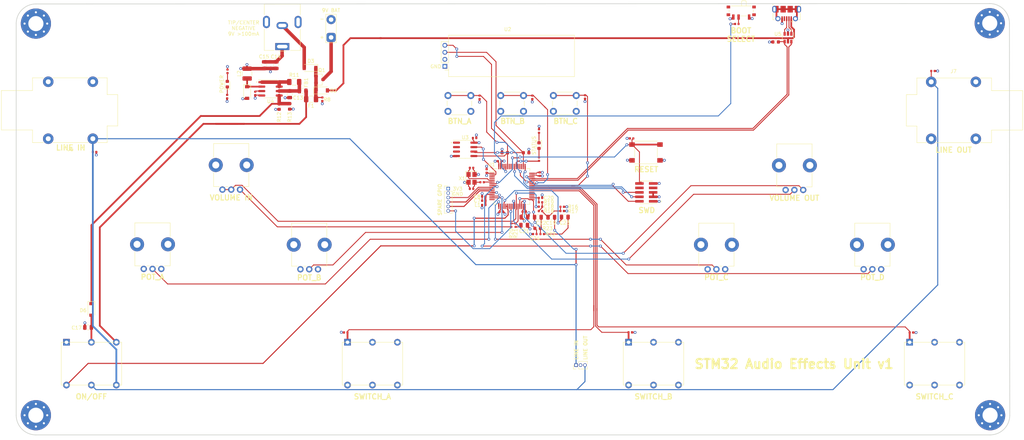
<source format=kicad_pcb>
(kicad_pcb (version 20171130) (host pcbnew "(5.1.6)-1")
  (layers (0 F.Cu signal) (1 In1.Cu signal) (2 In2.Cu signal) (31 B.Cu signal) (34 B.Paste user) (35 F.Paste user) (36 B.SilkS user) (37 F.SilkS user) (38 B.Mask user) (39 F.Mask user) (44 Edge.Cuts user))
  (net 0 "")
  (net 1 "Net-(BT1-Pad1)")
  (net 2 GND)
  (net 3 +3V3)
  (net 4 +3.3VA)
  (net 5 HSE_IN)
  (net 6 "Net-(C10-Pad1)")
  (net 7 NRST)
  (net 8 "Net-(C17-Pad1)")
  (net 9 OPAMP3_VOUT)
  (net 10 "/audio i/o/IN_OPAMP_BIAS")
  (net 11 LINE_IN)
  (net 12 OPAMP3_VIN+)
  (net 13 "Net-(C21-Pad1)")
  (net 14 OPAMP4_VIN-)
  (net 15 DAC1_OUT1)
  (net 16 "Net-(C22-Pad1)")
  (net 17 OPAMP4_VIN+)
  (net 18 /LED_STATUS)
  (net 19 "Net-(D1-Pad1)")
  (net 20 VBUS)
  (net 21 "Net-(D2-Pad1)")
  (net 22 "Net-(D3-Pad2)")
  (net 23 "Net-(D4-Pad1)")
  (net 24 "Net-(D4-Pad2)")
  (net 25 "Net-(D5-Pad1)")
  (net 26 /power/1.25V)
  (net 27 BUCK_IN)
  (net 28 SWDIO)
  (net 29 SWDCLK)
  (net 30 SWO)
  (net 31 "Net-(J2-Pad7)")
  (net 32 "Net-(J2-Pad8)")
  (net 33 OPAMP3_VIN-)
  (net 34 OPAMP2_VIN+)
  (net 35 OPAMP2_VIN-)
  (net 36 "Net-(J4-Pad6)")
  (net 37 USB_CONN_D-)
  (net 38 "Net-(J4-Pad4)")
  (net 39 USB_CONN_D+)
  (net 40 PC1)
  (net 41 PC2)
  (net 42 PC3)
  (net 43 PC4)
  (net 44 LINE_OUT)
  (net 45 HSE_OUT)
  (net 46 "Net-(R2-Pad2)")
  (net 47 BOOT0)
  (net 48 USB_D+)
  (net 49 I2C1_SCL)
  (net 50 "Net-(R5-Pad1)")
  (net 51 I2C1_SDA)
  (net 52 "Net-(R11-Pad2)")
  (net 53 "Net-(R20-Pad2)")
  (net 54 BTN_A)
  (net 55 BTN_B)
  (net 56 BTN_C)
  (net 57 SWITCH_A)
  (net 58 SWITCH_B)
  (net 59 SWITCH_C)
  (net 60 "Net-(U1-Pad3)")
  (net 61 "Net-(U1-Pad4)")
  (net 62 "Net-(U1-Pad23)")
  (net 63 "Net-(U1-Pad25)")
  (net 64 "Net-(U1-Pad35)")
  (net 65 "Net-(U1-Pad36)")
  (net 66 "Net-(U1-Pad37)")
  (net 67 USB_D-)
  (net 68 "Net-(U1-Pad51)")
  (net 69 "Net-(U1-Pad52)")
  (net 70 "Net-(U1-Pad53)")
  (net 71 "Net-(U1-Pad56)")
  (net 72 "Net-(U1-Pad57)")
  (net 73 "Net-(U1-Pad58)")
  (net 74 "Net-(U1-Pad61)")
  (net 75 "Net-(U1-Pad62)")
  (net 76 "Net-(C13-Pad1)")
  (net 77 "Net-(C16-Pad2)")
  (net 78 "Net-(C18-Pad1)")
  (net 79 "Net-(C23-Pad1)")
  (net 80 ~NVM_WE)
  (net 81 "Net-(U3-Pad3)")
  (net 82 "Net-(U3-Pad2)")
  (net 83 "Net-(U3-Pad1)")
  (net 84 "Net-(U1-Pad16)")
  (net 85 POT_A)
  (net 86 POT_B)
  (net 87 POT_C)
  (net 88 POT_D)
  (module STM32AudioEffects:I2C_OLED_DISPLAY (layer F.Cu) (at 147 43.7)
    (fp_text reference U2 (at -0.02 -7.58) (layer F.SilkS))
    (fp_text value I2C_OLED_Display hide)
    (pad 4 thru_hole rect (at -17.89 2.98) (size 1.35 1.35) (drill 0.8) (layers *.Cu *.Mask) (net 2 GND))
    (pad 3 thru_hole oval (at -17.89 0.98) (size 1.35 1.35) (drill 0.8) (layers *.Cu *.Mask) (net 3 +3V3))
    (pad 2 thru_hole oval (at -17.89 -1.02) (size 1.35 1.35) (drill 0.8) (layers *.Cu *.Mask) (net 49 I2C1_SCL))
    (pad 1 thru_hole oval (at -17.89 -3.02) (size 1.35 1.35) (drill 0.8) (layers *.Cu *.Mask) (net 51 I2C1_SDA))
  )
  (module STM32AudioEffects:USB_Micro-B_Molex-105017-0001 (layer F.Cu) (at 226.4 31.63 180)
    (fp_text reference J4 hide)
    (fp_text value USB_B_Micro hide)
    (pad 6 smd rect (at 1 1.2375 180) (size 1.5 1.9) (layers F.Cu F.Paste F.Mask) (net 36 "Net-(J4-Pad6)"))
    (pad 6 thru_hole circle (at -2.5 -1.4625 180) (size 1.45 1.45) (drill 0.85) (layers *.Cu *.Mask) (net 36 "Net-(J4-Pad6)"))
    (pad 2 smd rect (at -0.65 -1.4625 180) (size 0.4 1.35) (layers F.Cu F.Paste F.Mask) (net 37 USB_CONN_D-))
    (pad 1 smd rect (at -1.3 -1.4625 180) (size 0.4 1.35) (layers F.Cu F.Paste F.Mask) (net 20 VBUS))
    (pad 5 smd rect (at 1.3 -1.4625 180) (size 0.4 1.35) (layers F.Cu F.Paste F.Mask) (net 2 GND))
    (pad 4 smd rect (at 0.65 -1.4625 180) (size 0.4 1.35) (layers F.Cu F.Paste F.Mask) (net 38 "Net-(J4-Pad4)"))
    (pad 3 smd rect (at 0 -1.4625 180) (size 0.4 1.35) (layers F.Cu F.Paste F.Mask) (net 39 USB_CONN_D+))
    (pad 6 thru_hole circle (at 2.5 -1.4625 180) (size 1.45 1.45) (drill 0.85) (layers *.Cu *.Mask) (net 36 "Net-(J4-Pad6)"))
    (pad 6 smd rect (at -1 1.2375 180) (size 1.5 1.9) (layers F.Cu F.Paste F.Mask) (net 36 "Net-(J4-Pad6)"))
    (pad 6 thru_hole oval (at -3.5 1.2375) (size 1.2 1.9) (drill oval 0.6 1.3) (layers *.Cu *.Mask) (net 36 "Net-(J4-Pad6)"))
    (pad 6 thru_hole oval (at 3.5 1.2375 180) (size 1.2 1.9) (drill oval 0.6 1.3) (layers *.Cu *.Mask) (net 36 "Net-(J4-Pad6)"))
    (pad 6 smd rect (at 2.9 1.2375 180) (size 1.2 1.9) (layers F.Cu F.Mask) (net 36 "Net-(J4-Pad6)"))
    (pad 6 smd rect (at -2.9 1.2375 180) (size 1.2 1.9) (layers F.Cu F.Mask) (net 36 "Net-(J4-Pad6)"))
  )
  (module STM32AudioEffects:Jack_6.35mm_Neutrik_NMJ4HFD2_Horizontal (layer F.Cu) (at 28.91 67.3 180)
    (fp_text reference J6 (at 6.35 -3) (layer F.SilkS))
    (fp_text value "6.35mm Jack")
    (pad TN thru_hole circle (at 0 16.23 180) (size 3 3) (drill 1.4) (layers *.Cu *.Mask))
    (pad SN thru_hole circle (at 12.7 16.23 180) (size 3 3) (drill 1.4) (layers *.Cu *.Mask))
    (pad T thru_hole circle (at 0 0 180) (size 3 3) (drill 1.4) (layers *.Cu *.Mask) (net 11 LINE_IN))
    (pad S thru_hole circle (at 12.7 0 180) (size 3 3) (drill 1.4) (layers *.Cu *.Mask) (net 2 GND))
  )
  (module STM32AudioEffects:Jack_6.35mm_Neutrik_NMJ4HFD2_Horizontal (layer F.Cu) (at 267.54 51.1)
    (fp_text reference J7 (at 6.35 -3) (layer F.SilkS))
    (fp_text value "6.35mm Jack")
    (pad TN thru_hole circle (at 0 16.23) (size 3 3) (drill 1.4) (layers *.Cu *.Mask))
    (pad SN thru_hole circle (at 12.7 16.23) (size 3 3) (drill 1.4) (layers *.Cu *.Mask))
    (pad T thru_hole circle (at 0 0) (size 3 3) (drill 1.4) (layers *.Cu *.Mask) (net 44 LINE_OUT))
    (pad S thru_hole circle (at 12.7 0) (size 3 3) (drill 1.4) (layers *.Cu *.Mask) (net 2 GND))
  )
  (module STM32AudioEffects:SW_DPDT_FOOT_17.2x12.2mm_Vertical (layer F.Cu) (at 268.5 131.4)
    (fp_text reference SW9 hide)
    (fp_text value SW_SPST hide)
    (pad 5 thru_hole circle (at 0 6.1 90) (size 1.9 1.9) (drill 1) (layers *.Cu *.Mask))
    (pad 6 thru_hole circle (at 7.1 6.1 90) (size 1.9 1.9) (drill 1) (layers *.Cu *.Mask))
    (pad 4 thru_hole circle (at -7.1 6.1 90) (size 1.9 1.9) (drill 1) (layers *.Cu *.Mask))
    (pad 3 thru_hole circle (at 7.1 -6.1 90) (size 1.9 1.9) (drill 1) (layers *.Cu *.Mask))
    (pad 2 thru_hole circle (at 0 -6.1 90) (size 1.9 1.9) (drill 1) (layers *.Cu *.Mask) (net 3 +3V3))
    (pad 1 thru_hole rect (at -7.1 -6.1) (size 1.9 1.9) (drill 1) (layers *.Cu *.Mask) (net 59 SWITCH_C))
  )
  (module STM32AudioEffects:SW_DPDT_FOOT_17.2x12.2mm_Vertical (layer F.Cu) (at 188.5 131.4)
    (fp_text reference SW8 hide)
    (fp_text value SW_SPST hide)
    (pad 5 thru_hole circle (at 0 6.1 90) (size 1.9 1.9) (drill 1) (layers *.Cu *.Mask))
    (pad 6 thru_hole circle (at 7.1 6.1 90) (size 1.9 1.9) (drill 1) (layers *.Cu *.Mask))
    (pad 4 thru_hole circle (at -7.1 6.1 90) (size 1.9 1.9) (drill 1) (layers *.Cu *.Mask))
    (pad 3 thru_hole circle (at 7.1 -6.1 90) (size 1.9 1.9) (drill 1) (layers *.Cu *.Mask))
    (pad 2 thru_hole circle (at 0 -6.1 90) (size 1.9 1.9) (drill 1) (layers *.Cu *.Mask) (net 3 +3V3))
    (pad 1 thru_hole rect (at -7.1 -6.1) (size 1.9 1.9) (drill 1) (layers *.Cu *.Mask) (net 58 SWITCH_B))
  )
  (module STM32AudioEffects:SW_DPDT_FOOT_17.2x12.2mm_Vertical (layer F.Cu) (at 108.5 131.4)
    (fp_text reference SW7 hide)
    (fp_text value SW_SPST hide)
    (pad 5 thru_hole circle (at 0 6.1 90) (size 1.9 1.9) (drill 1) (layers *.Cu *.Mask))
    (pad 6 thru_hole circle (at 7.1 6.1 90) (size 1.9 1.9) (drill 1) (layers *.Cu *.Mask))
    (pad 4 thru_hole circle (at -7.1 6.1 90) (size 1.9 1.9) (drill 1) (layers *.Cu *.Mask))
    (pad 3 thru_hole circle (at 7.1 -6.1 90) (size 1.9 1.9) (drill 1) (layers *.Cu *.Mask))
    (pad 2 thru_hole circle (at 0 -6.1 90) (size 1.9 1.9) (drill 1) (layers *.Cu *.Mask) (net 3 +3V3))
    (pad 1 thru_hole rect (at -7.1 -6.1) (size 1.9 1.9) (drill 1) (layers *.Cu *.Mask) (net 57 SWITCH_A))
  )
  (module STM32AudioEffects:SW_DPDT_FOOT_17.2x12.2mm_Vertical (layer F.Cu) (at 28.5 131.4)
    (fp_text reference SW3 hide)
    (fp_text value SW_PUSH_OFF_ON_DPDT hide)
    (pad 5 thru_hole circle (at 0 6.1 90) (size 1.9 1.9) (drill 1) (layers *.Cu *.Mask) (net 44 LINE_OUT))
    (pad 6 thru_hole circle (at 7.1 6.1 90) (size 1.9 1.9) (drill 1) (layers *.Cu *.Mask) (net 11 LINE_IN))
    (pad 4 thru_hole circle (at -7.1 6.1 90) (size 1.9 1.9) (drill 1) (layers *.Cu *.Mask) (net 35 OPAMP2_VIN-))
    (pad 3 thru_hole circle (at 7.1 -6.1 90) (size 1.9 1.9) (drill 1) (layers *.Cu *.Mask) (net 27 BUCK_IN))
    (pad 2 thru_hole circle (at 0 -6.1 90) (size 1.9 1.9) (drill 1) (layers *.Cu *.Mask) (net 8 "Net-(C17-Pad1)"))
    (pad 1 thru_hole rect (at -7.1 -6.1) (size 1.9 1.9) (drill 1) (layers *.Cu *.Mask) (net 2 GND))
  )
  (module STM32AudioEffects:Potentiometer_Alps_RK09K_Single_Vertical (layer F.Cu) (at 231.1 81.9 90)
    (fp_text reference RV2 hide)
    (fp_text value 10k hide)
    (pad "" np_thru_hole circle (at 7 1.9 90) (size 4 4) (drill 2) (layers *.Cu *.Mask))
    (pad "" np_thru_hole circle (at 7 -6.9 90) (size 4 4) (drill 2) (layers *.Cu *.Mask))
    (pad 1 thru_hole circle (at 0 0 90) (size 1.8 1.8) (drill 1) (layers *.Cu *.Mask) (net 14 OPAMP4_VIN-))
    (pad 2 thru_hole circle (at 0 -2.5 90) (size 1.8 1.8) (drill 1) (layers *.Cu *.Mask) (net 34 OPAMP2_VIN+))
    (pad 3 thru_hole circle (at 0 -5 90) (size 1.8 1.8) (drill 1) (layers *.Cu *.Mask) (net 2 GND))
  )
  (module STM32AudioEffects:Potentiometer_Alps_RK09K_Single_Vertical (layer F.Cu) (at 70.8 81.8 90)
    (fp_text reference RV1 hide)
    (fp_text value 10k hide)
    (pad "" np_thru_hole circle (at 7 1.9 90) (size 4 4) (drill 2) (layers *.Cu *.Mask))
    (pad "" np_thru_hole circle (at 7 -6.9 90) (size 4 4) (drill 2) (layers *.Cu *.Mask))
    (pad 1 thru_hole circle (at 0 0 90) (size 1.8 1.8) (drill 1) (layers *.Cu *.Mask) (net 53 "Net-(R20-Pad2)"))
    (pad 2 thru_hole circle (at 0 -2.5 90) (size 1.8 1.8) (drill 1) (layers *.Cu *.Mask) (net 9 OPAMP3_VOUT))
    (pad 3 thru_hole circle (at 0 -5 90) (size 1.8 1.8) (drill 1) (layers *.Cu *.Mask) (net 9 OPAMP3_VOUT))
  )
  (module STM32AudioEffects:Potentiometer_Alps_RK09K_Single_Vertical (layer F.Cu) (at 253.3 104.5 90)
    (fp_text reference RV6 hide)
    (fp_text value 10k hide)
    (pad "" np_thru_hole circle (at 7 1.9 90) (size 4 4) (drill 2) (layers *.Cu *.Mask))
    (pad "" np_thru_hole circle (at 7 -6.9 90) (size 4 4) (drill 2) (layers *.Cu *.Mask))
    (pad 1 thru_hole circle (at 0 0 90) (size 1.8 1.8) (drill 1) (layers *.Cu *.Mask) (net 3 +3V3))
    (pad 2 thru_hole circle (at 0 -2.5 90) (size 1.8 1.8) (drill 1) (layers *.Cu *.Mask) (net 88 POT_D))
    (pad 3 thru_hole circle (at 0 -5 90) (size 1.8 1.8) (drill 1) (layers *.Cu *.Mask) (net 2 GND))
  )
  (module STM32AudioEffects:Potentiometer_Alps_RK09K_Single_Vertical (layer F.Cu) (at 208.9 104.5 90)
    (fp_text reference RV5 hide)
    (fp_text value 10k hide)
    (pad "" np_thru_hole circle (at 7 1.9 90) (size 4 4) (drill 2) (layers *.Cu *.Mask))
    (pad "" np_thru_hole circle (at 7 -6.9 90) (size 4 4) (drill 2) (layers *.Cu *.Mask))
    (pad 1 thru_hole circle (at 0 0 90) (size 1.8 1.8) (drill 1) (layers *.Cu *.Mask) (net 3 +3V3))
    (pad 2 thru_hole circle (at 0 -2.5 90) (size 1.8 1.8) (drill 1) (layers *.Cu *.Mask) (net 87 POT_C))
    (pad 3 thru_hole circle (at 0 -5 90) (size 1.8 1.8) (drill 1) (layers *.Cu *.Mask) (net 2 GND))
  )
  (module STM32AudioEffects:Potentiometer_Alps_RK09K_Single_Vertical (layer F.Cu) (at 93 104.5 90)
    (fp_text reference RV4 hide)
    (fp_text value 10k hide)
    (pad "" np_thru_hole circle (at 7 1.9 90) (size 4 4) (drill 2) (layers *.Cu *.Mask))
    (pad "" np_thru_hole circle (at 7 -6.9 90) (size 4 4) (drill 2) (layers *.Cu *.Mask))
    (pad 1 thru_hole circle (at 0 0 90) (size 1.8 1.8) (drill 1) (layers *.Cu *.Mask) (net 3 +3V3))
    (pad 2 thru_hole circle (at 0 -2.5 90) (size 1.8 1.8) (drill 1) (layers *.Cu *.Mask) (net 86 POT_B))
    (pad 3 thru_hole circle (at 0 -5 90) (size 1.8 1.8) (drill 1) (layers *.Cu *.Mask) (net 2 GND))
  )
  (module STM32AudioEffects:Potentiometer_Alps_RK09K_Single_Vertical (layer F.Cu) (at 48.4 104.4 90)
    (fp_text reference RV3 hide)
    (fp_text value 10k hide)
    (pad "" np_thru_hole circle (at 7 1.9 90) (size 4 4) (drill 2) (layers *.Cu *.Mask))
    (pad "" np_thru_hole circle (at 7 -6.9 90) (size 4 4) (drill 2) (layers *.Cu *.Mask))
    (pad 1 thru_hole circle (at 0 0 90) (size 1.8 1.8) (drill 1) (layers *.Cu *.Mask) (net 3 +3V3))
    (pad 2 thru_hole circle (at 0 -2.5 90) (size 1.8 1.8) (drill 1) (layers *.Cu *.Mask) (net 85 POT_A))
    (pad 3 thru_hole circle (at 0 -5 90) (size 1.8 1.8) (drill 1) (layers *.Cu *.Mask) (net 2 GND))
  )
  (module Package_SO:SOIC-8_3.9x4.9mm_P1.27mm (layer F.Cu) (at 134.89 70.33)
    (fp_text reference U3 (at 0 -3.4) (layer F.SilkS))
    (fp_text value M24C64)
    (pad 8 smd roundrect (at 2.475 -1.905) (size 1.95 0.6) (layers F.Cu F.Paste F.Mask) (net 3 +3V3))
    (pad 7 smd roundrect (at 2.475 -0.635) (size 1.95 0.6) (layers F.Cu F.Paste F.Mask) (net 80 ~NVM_WE))
    (pad 6 smd roundrect (at 2.475 0.635) (size 1.95 0.6) (layers F.Cu F.Paste F.Mask) (net 49 I2C1_SCL))
    (pad 5 smd roundrect (at 2.475 1.905) (size 1.95 0.6) (layers F.Cu F.Paste F.Mask) (net 51 I2C1_SDA))
    (pad 4 smd roundrect (at -2.475 1.905) (size 1.95 0.6) (layers F.Cu F.Paste F.Mask) (net 2 GND))
    (pad 3 smd roundrect (at -2.475 0.635) (size 1.95 0.6) (layers F.Cu F.Paste F.Mask) (net 81 "Net-(U3-Pad3)"))
    (pad 2 smd roundrect (at -2.475 -0.635) (size 1.95 0.6) (layers F.Cu F.Paste F.Mask) (net 82 "Net-(U3-Pad2)"))
    (pad 1 smd roundrect (at -2.475 -1.905) (size 1.95 0.6) (layers F.Cu F.Paste F.Mask) (net 83 "Net-(U3-Pad1)"))
  )
  (module Capacitor_SMD:C_0402_1005Metric (layer F.Cu) (at 137.57 67.1 180)
    (fp_text reference C12 hide)
    (fp_text value 100n hide)
    (pad 2 smd roundrect (at 0.485 0 180) (size 0.59 0.64) (layers F.Cu F.Paste F.Mask) (net 3 +3V3))
    (pad 1 smd roundrect (at -0.485 0 180) (size 0.59 0.64) (layers F.Cu F.Paste F.Mask) (net 2 GND))
  )
  (module Capacitor_SMD:C_0805_2012Metric (layer F.Cu) (at 84.93 54.64 270)
    (fp_text reference C13 (at 1 -2.4 180) (layer F.SilkS))
    (fp_text value 4.7u hide)
    (pad 2 smd roundrect (at 0.9375 0 270) (size 0.975 1.4) (layers F.Cu F.Paste F.Mask) (net 2 GND))
    (pad 1 smd roundrect (at -0.9375 0 270) (size 0.975 1.4) (layers F.Cu F.Paste F.Mask) (net 76 "Net-(C13-Pad1)"))
  )
  (module Capacitor_SMD:C_0402_1005Metric (layer F.Cu) (at 75.13 54.39 90)
    (fp_text reference C16 hide)
    (fp_text value 330p hide)
    (pad 1 smd roundrect (at -0.485 0 90) (size 0.59 0.64) (layers F.Cu F.Paste F.Mask) (net 2 GND))
    (pad 2 smd roundrect (at 0.485 0 90) (size 0.59 0.64) (layers F.Cu F.Paste F.Mask) (net 77 "Net-(C16-Pad2)"))
  )
  (module Capacitor_SMD:C_0805_2012Metric (layer F.Cu) (at 27.56 121.07 180)
    (fp_text reference C17 (at 3.26 -0.1) (layer F.SilkS))
    (fp_text value 10u hide)
    (pad 2 smd roundrect (at 0.9375 0 180) (size 0.975 1.4) (layers F.Cu F.Paste F.Mask) (net 2 GND))
    (pad 1 smd roundrect (at -0.9375 0 180) (size 0.975 1.4) (layers F.Cu F.Paste F.Mask) (net 8 "Net-(C17-Pad1)"))
  )
  (module Capacitor_SMD:C_0402_1005Metric (layer F.Cu) (at 156.33 86.66 180)
    (fp_text reference C18 (at -2.39 0.02) (layer F.SilkS))
    (fp_text value 1n hide)
    (pad 1 smd roundrect (at -0.485 0 180) (size 0.59 0.64) (layers F.Cu F.Paste F.Mask) (net 78 "Net-(C18-Pad1)"))
    (pad 2 smd roundrect (at 0.485 0 180) (size 0.59 0.64) (layers F.Cu F.Paste F.Mask) (net 9 OPAMP3_VOUT))
  )
  (module Capacitor_SMD:C_0805_2012Metric (layer F.Cu) (at 159.41 89.67)
    (fp_text reference C19 (at -0.11 1.64 180) (layer F.SilkS))
    (fp_text value 10u hide)
    (pad 1 smd roundrect (at -0.9375 0) (size 0.975 1.4) (layers F.Cu F.Paste F.Mask) (net 10 "/audio i/o/IN_OPAMP_BIAS"))
    (pad 2 smd roundrect (at 0.9375 0) (size 0.975 1.4) (layers F.Cu F.Paste F.Mask) (net 11 LINE_IN))
  )
  (module Capacitor_SMD:C_0402_1005Metric (layer F.Cu) (at 156.33 84.16 180)
    (fp_text reference C20 (at -2.35 -0.01) (layer F.SilkS))
    (fp_text value 1n hide)
    (pad 2 smd roundrect (at 0.485 0 180) (size 0.59 0.64) (layers F.Cu F.Paste F.Mask) (net 12 OPAMP3_VIN+))
    (pad 1 smd roundrect (at -0.485 0 180) (size 0.59 0.64) (layers F.Cu F.Paste F.Mask) (net 2 GND))
  )
  (module Capacitor_SMD:C_0805_2012Metric (layer F.Cu) (at 151.6875 91.95)
    (fp_text reference C21 (at -0.0075 1.68) (layer F.SilkS))
    (fp_text value 10u hide)
    (pad 2 smd roundrect (at 0.9375 0) (size 0.975 1.4) (layers F.Cu F.Paste F.Mask) (net 2 GND))
    (pad 1 smd roundrect (at -0.9375 0) (size 0.975 1.4) (layers F.Cu F.Paste F.Mask) (net 13 "Net-(C21-Pad1)"))
  )
  (module Capacitor_SMD:C_0402_1005Metric (layer F.Cu) (at 154.72 94.48)
    (fp_text reference C24 (at -0.01 1.28 180) (layer F.SilkS))
    (fp_text value 1n hide)
    (pad 1 smd roundrect (at -0.485 0) (size 0.59 0.64) (layers F.Cu F.Paste F.Mask) (net 2 GND))
    (pad 2 smd roundrect (at 0.485 0) (size 0.59 0.64) (layers F.Cu F.Paste F.Mask) (net 17 OPAMP4_VIN+))
  )
  (module Package_TO_SOT_SMD:SOT-23-6 (layer F.Cu) (at 226.77 38.53 270)
    (fp_text reference U5 (at -1.06 2.89 180) (layer F.SilkS))
    (fp_text value USBLC6-2SC6 hide)
    (pad 5 smd rect (at 1.1 0 270) (size 1.06 0.65) (layers F.Cu F.Paste F.Mask) (net 20 VBUS))
    (pad 6 smd rect (at 1.1 -0.95 270) (size 1.06 0.65) (layers F.Cu F.Paste F.Mask) (net 67 USB_D-))
    (pad 4 smd rect (at 1.1 0.95 270) (size 1.06 0.65) (layers F.Cu F.Paste F.Mask) (net 48 USB_D+))
    (pad 3 smd rect (at -1.1 0.95 270) (size 1.06 0.65) (layers F.Cu F.Paste F.Mask) (net 39 USB_CONN_D+))
    (pad 2 smd rect (at -1.1 0 270) (size 1.06 0.65) (layers F.Cu F.Paste F.Mask) (net 2 GND))
    (pad 1 smd rect (at -1.1 -0.95 270) (size 1.06 0.65) (layers F.Cu F.Paste F.Mask) (net 37 USB_CONN_D-))
  )
  (module TestPoint:TestPoint_2Pads_Pitch5.08mm_Drill1.3mm (layer F.Cu) (at 96.73 38.44 90)
    (fp_text reference BT1 hide)
    (fp_text value 9V hide)
    (pad 2 thru_hole circle (at 5.08 0 90) (size 2.6 2.6) (drill 1.3) (layers *.Cu *.Mask) (net 2 GND))
    (pad 1 thru_hole roundrect (at 0 0 90) (size 2.6 2.6) (drill 1.3) (layers *.Cu *.Mask) (net 1 "Net-(BT1-Pad1)"))
  )
  (module Capacitor_SMD:C_0805_2012Metric (layer F.Cu) (at 151.75 89.65 180)
    (fp_text reference C1 hide)
    (fp_text value 4.7u hide)
    (pad 1 smd roundrect (at -0.9375 0 180) (size 0.975 1.4) (layers F.Cu F.Paste F.Mask) (net 3 +3V3))
    (pad 2 smd roundrect (at 0.9375 0 180) (size 0.975 1.4) (layers F.Cu F.Paste F.Mask) (net 2 GND))
  )
  (module Capacitor_SMD:C_0402_1005Metric (layer F.Cu) (at 144.7 73.7 180)
    (fp_text reference C2 hide)
    (fp_text value 100n hide)
    (pad 2 smd roundrect (at 0.485 0 180) (size 0.59 0.64) (layers F.Cu F.Paste F.Mask) (net 3 +3V3))
    (pad 1 smd roundrect (at -0.485 0 180) (size 0.59 0.64) (layers F.Cu F.Paste F.Mask) (net 2 GND))
  )
  (module Capacitor_SMD:C_0402_1005Metric (layer F.Cu) (at 156.05 77.4 90)
    (fp_text reference C3 hide)
    (fp_text value 100n hide)
    (pad 2 smd roundrect (at 0.485 0 90) (size 0.59 0.64) (layers F.Cu F.Paste F.Mask) (net 3 +3V3))
    (pad 1 smd roundrect (at -0.485 0 90) (size 0.59 0.64) (layers F.Cu F.Paste F.Mask) (net 2 GND))
  )
  (module Capacitor_SMD:C_0402_1005Metric (layer F.Cu) (at 141 76.5 270)
    (fp_text reference C4 hide)
    (fp_text value 100n hide)
    (pad 2 smd roundrect (at 0.485 0 270) (size 0.59 0.64) (layers F.Cu F.Paste F.Mask) (net 3 +3V3))
    (pad 1 smd roundrect (at -0.485 0 270) (size 0.59 0.64) (layers F.Cu F.Paste F.Mask) (net 2 GND))
  )
  (module Capacitor_SMD:C_0402_1005Metric (layer F.Cu) (at 151.7 88.1)
    (fp_text reference C5 hide)
    (fp_text value 100n hide)
    (pad 1 smd roundrect (at -0.485 0) (size 0.59 0.64) (layers F.Cu F.Paste F.Mask) (net 2 GND))
    (pad 2 smd roundrect (at 0.485 0) (size 0.59 0.64) (layers F.Cu F.Paste F.Mask) (net 3 +3V3))
  )
  (module Capacitor_SMD:C_0402_1005Metric (layer F.Cu) (at 145.2 88.1)
    (fp_text reference C6 hide)
    (fp_text value 100n hide)
    (pad 1 smd roundrect (at -0.485 0) (size 0.59 0.64) (layers F.Cu F.Paste F.Mask) (net 2 GND))
    (pad 2 smd roundrect (at 0.485 0) (size 0.59 0.64) (layers F.Cu F.Paste F.Mask) (net 3 +3V3))
  )
  (module Capacitor_SMD:C_0402_1005Metric (layer F.Cu) (at 140.2 84.98 180)
    (fp_text reference C7 (at 1.9 0) (layer F.SilkS))
    (fp_text value 1u hide)
    (pad 2 smd roundrect (at 0.485 0 180) (size 0.59 0.64) (layers F.Cu F.Paste F.Mask) (net 2 GND))
    (pad 1 smd roundrect (at -0.485 0 180) (size 0.59 0.64) (layers F.Cu F.Paste F.Mask) (net 4 +3.3VA))
  )
  (module Capacitor_SMD:C_0402_1005Metric (layer F.Cu) (at 140.2 83.78)
    (fp_text reference C8 (at -1.9 0.05) (layer F.SilkS))
    (fp_text value 10n hide)
    (pad 2 smd roundrect (at 0.485 0) (size 0.59 0.64) (layers F.Cu F.Paste F.Mask) (net 4 +3.3VA))
    (pad 1 smd roundrect (at -0.485 0) (size 0.59 0.64) (layers F.Cu F.Paste F.Mask) (net 2 GND))
  )
  (module Capacitor_SMD:C_0402_1005Metric (layer F.Cu) (at 136.7 75.6)
    (fp_text reference C9 hide)
    (fp_text value 33p hide)
    (pad 1 smd roundrect (at -0.485 0) (size 0.59 0.64) (layers F.Cu F.Paste F.Mask) (net 5 HSE_IN))
    (pad 2 smd roundrect (at 0.485 0) (size 0.59 0.64) (layers F.Cu F.Paste F.Mask) (net 2 GND))
  )
  (module Capacitor_SMD:C_0402_1005Metric (layer F.Cu) (at 136.7 81.6 180)
    (fp_text reference C10 hide)
    (fp_text value 33p hide)
    (pad 1 smd roundrect (at -0.485 0 180) (size 0.59 0.64) (layers F.Cu F.Paste F.Mask) (net 6 "Net-(C10-Pad1)"))
    (pad 2 smd roundrect (at 0.485 0 180) (size 0.59 0.64) (layers F.Cu F.Paste F.Mask) (net 2 GND))
  )
  (module Capacitor_SMD:C_0402_1005Metric (layer F.Cu) (at 182.26 67.22 180)
    (fp_text reference C11 hide)
    (fp_text value 100n hide)
    (pad 1 smd roundrect (at -0.485 0 180) (size 0.59 0.64) (layers F.Cu F.Paste F.Mask) (net 7 NRST))
    (pad 2 smd roundrect (at 0.485 0 180) (size 0.59 0.64) (layers F.Cu F.Paste F.Mask) (net 2 GND))
  )
  (module Capacitor_SMD:C_0805_2012Metric (layer F.Cu) (at 81.08 46.34 90)
    (fp_text reference C14 (at 2.4 -0.08 180) (layer F.SilkS))
    (fp_text value 22u hide)
    (pad 1 smd roundrect (at -0.9375 0 90) (size 0.975 1.4) (layers F.Cu F.Paste F.Mask) (net 3 +3V3))
    (pad 2 smd roundrect (at 0.9375 0 90) (size 0.975 1.4) (layers F.Cu F.Paste F.Mask) (net 2 GND))
  )
  (module Capacitor_SMD:C_0805_2012Metric (layer F.Cu) (at 77.73 46.34 90)
    (fp_text reference C15 (at 2.43 -0.09 180) (layer F.SilkS))
    (fp_text value 10u hide)
    (pad 2 smd roundrect (at 0.9375 0 90) (size 0.975 1.4) (layers F.Cu F.Paste F.Mask) (net 2 GND))
    (pad 1 smd roundrect (at -0.9375 0 90) (size 0.975 1.4) (layers F.Cu F.Paste F.Mask) (net 3 +3V3))
  )
  (module Capacitor_SMD:C_0805_2012Metric (layer F.Cu) (at 155.58 89.66 180)
    (fp_text reference C22 (at -0.91 -1.65 180) (layer F.SilkS))
    (fp_text value 2.2n hide)
    (pad 1 smd roundrect (at -0.9375 0 180) (size 0.975 1.4) (layers F.Cu F.Paste F.Mask) (net 16 "Net-(C22-Pad1)"))
    (pad 2 smd roundrect (at 0.9375 0 180) (size 0.975 1.4) (layers F.Cu F.Paste F.Mask) (net 14 OPAMP4_VIN-))
  )
  (module Capacitor_SMD:C_0805_2012Metric (layer F.Cu) (at 163.24 89.62 180)
    (fp_text reference C23 (at 0.0375 -1.64) (layer F.SilkS))
    (fp_text value 10u hide)
    (pad 2 smd roundrect (at 0.9375 0 180) (size 0.975 1.4) (layers F.Cu F.Paste F.Mask) (net 15 DAC1_OUT1))
    (pad 1 smd roundrect (at -0.9375 0 180) (size 0.975 1.4) (layers F.Cu F.Paste F.Mask) (net 79 "Net-(C23-Pad1)"))
  )
  (module LED_SMD:LED_0603_1608Metric (layer F.Cu) (at 155.9 69.27 270)
    (fp_text reference D1 hide)
    (fp_text value BLUE)
    (pad 2 smd roundrect (at 0.7875 0 270) (size 0.875 0.95) (layers F.Cu F.Paste F.Mask) (net 18 /LED_STATUS))
    (pad 1 smd roundrect (at -0.7875 0 270) (size 0.875 0.95) (layers F.Cu F.Paste F.Mask) (net 19 "Net-(D1-Pad1)"))
  )
  (module Diode_SMD:D_SOD-123 (layer F.Cu) (at 94.03 53.54)
    (fp_text reference D2 (at 3.4 0.05 180) (layer F.SilkS))
    (fp_text value B5819W hide)
    (pad 1 smd rect (at -1.65 0) (size 0.9 1.2) (layers F.Cu F.Paste F.Mask) (net 21 "Net-(D2-Pad1)"))
    (pad 2 smd rect (at 1.65 0) (size 0.9 1.2) (layers F.Cu F.Paste F.Mask) (net 20 VBUS))
  )
  (module Diode_SMD:D_SOD-123 (layer F.Cu) (at 90.73 47.14 180)
    (fp_text reference D3 (at -0.23 1.98) (layer F.SilkS))
    (fp_text value B5819W hide)
    (pad 2 smd rect (at 1.65 0 180) (size 0.9 1.2) (layers F.Cu F.Paste F.Mask) (net 22 "Net-(D3-Pad2)"))
    (pad 1 smd rect (at -1.65 0 180) (size 0.9 1.2) (layers F.Cu F.Paste F.Mask) (net 21 "Net-(D2-Pad1)"))
  )
  (module LED_SMD:LED_0603_1608Metric (layer F.Cu) (at 67.19 51.75 90)
    (fp_text reference D4 hide)
    (fp_text value GREEN)
    (pad 2 smd roundrect (at 0.7875 0 90) (size 0.875 0.95) (layers F.Cu F.Paste F.Mask) (net 24 "Net-(D4-Pad2)"))
    (pad 1 smd roundrect (at -0.7875 0 90) (size 0.875 0.95) (layers F.Cu F.Paste F.Mask) (net 23 "Net-(D4-Pad1)"))
  )
  (module Diode_SMD:D_SOD-123 (layer F.Cu) (at 72.83 54.14 270)
    (fp_text reference D5 hide)
    (fp_text value B5819W hide)
    (pad 2 smd rect (at 1.65 0 270) (size 0.9 1.2) (layers F.Cu F.Paste F.Mask) (net 2 GND))
    (pad 1 smd rect (at -1.65 0 270) (size 0.9 1.2) (layers F.Cu F.Paste F.Mask) (net 25 "Net-(D5-Pad1)"))
  )
  (module Diode_SMD:D_SOD-123 (layer F.Cu) (at 28.51 115.95 270)
    (fp_text reference D6 (at 0.26 2.36 180) (layer F.SilkS))
    (fp_text value B5819W hide)
    (pad 2 smd rect (at 1.65 0 270) (size 0.9 1.2) (layers F.Cu F.Paste F.Mask) (net 8 "Net-(C17-Pad1)"))
    (pad 1 smd rect (at -1.65 0 270) (size 0.9 1.2) (layers F.Cu F.Paste F.Mask) (net 26 /power/1.25V))
  )
  (module Fuse:Fuse_1206_3216Metric (layer F.Cu) (at 91.03 56.04)
    (fp_text reference F1 (at 0 1.9) (layer F.SilkS))
    (fp_text value 250mA hide)
    (pad 2 smd roundrect (at 1.4 0) (size 1.25 1.75) (layers F.Cu F.Paste F.Mask) (roundrect_rratio 0.2) (net 21 "Net-(D2-Pad1)"))
    (pad 1 smd roundrect (at -1.4 0) (size 1.25 1.75) (layers F.Cu F.Paste F.Mask) (roundrect_rratio 0.2) (net 27 BUCK_IN))
  )
  (module Inductor_SMD:L_0805_2012Metric (layer F.Cu) (at 88.63 53.69)
    (fp_text reference FB1 (at 1 -2.35 90) (layer F.SilkS))
    (fp_text value 600@600MHz hide)
    (pad 2 smd roundrect (at 0.9375 0) (size 0.975 1.4) (layers F.Cu F.Paste F.Mask) (net 27 BUCK_IN))
    (pad 1 smd roundrect (at -0.9375 0) (size 0.975 1.4) (layers F.Cu F.Paste F.Mask) (net 76 "Net-(C13-Pad1)"))
  )
  (module MountingHole:MountingHole_4.3mm_M4_Pad_Via (layer F.Cu) (at 284.2 34.4)
    (fp_text reference H1 hide)
    (fp_text value MountingHole_Pad hide)
    (pad 1 thru_hole circle (at 0 0) (size 8.6 8.6) (drill 4.3) (layers *.Cu *.Mask) (net 2 GND))
    (pad 1 thru_hole circle (at 3.225 0) (size 0.9 0.9) (drill 0.6) (layers *.Cu *.Mask) (net 2 GND))
    (pad 1 thru_hole circle (at 2.280419 2.280419) (size 0.9 0.9) (drill 0.6) (layers *.Cu *.Mask) (net 2 GND))
    (pad 1 thru_hole circle (at 0 3.225) (size 0.9 0.9) (drill 0.6) (layers *.Cu *.Mask) (net 2 GND))
    (pad 1 thru_hole circle (at -2.280419 2.280419) (size 0.9 0.9) (drill 0.6) (layers *.Cu *.Mask) (net 2 GND))
    (pad 1 thru_hole circle (at -3.225 0) (size 0.9 0.9) (drill 0.6) (layers *.Cu *.Mask) (net 2 GND))
    (pad 1 thru_hole circle (at -2.280419 -2.280419) (size 0.9 0.9) (drill 0.6) (layers *.Cu *.Mask) (net 2 GND))
    (pad 1 thru_hole circle (at 0 -3.225) (size 0.9 0.9) (drill 0.6) (layers *.Cu *.Mask) (net 2 GND))
    (pad 1 thru_hole circle (at 2.280419 -2.280419) (size 0.9 0.9) (drill 0.6) (layers *.Cu *.Mask) (net 2 GND))
  )
  (module MountingHole:MountingHole_4.3mm_M4_Pad_Via (layer F.Cu) (at 12.7 34.5)
    (fp_text reference H2 hide)
    (fp_text value MountingHole_Pad hide)
    (pad 1 thru_hole circle (at 2.280419 -2.280419) (size 0.9 0.9) (drill 0.6) (layers *.Cu *.Mask) (net 2 GND))
    (pad 1 thru_hole circle (at 0 -3.225) (size 0.9 0.9) (drill 0.6) (layers *.Cu *.Mask) (net 2 GND))
    (pad 1 thru_hole circle (at -2.280419 -2.280419) (size 0.9 0.9) (drill 0.6) (layers *.Cu *.Mask) (net 2 GND))
    (pad 1 thru_hole circle (at -3.225 0) (size 0.9 0.9) (drill 0.6) (layers *.Cu *.Mask) (net 2 GND))
    (pad 1 thru_hole circle (at -2.280419 2.280419) (size 0.9 0.9) (drill 0.6) (layers *.Cu *.Mask) (net 2 GND))
    (pad 1 thru_hole circle (at 0 3.225) (size 0.9 0.9) (drill 0.6) (layers *.Cu *.Mask) (net 2 GND))
    (pad 1 thru_hole circle (at 2.280419 2.280419) (size 0.9 0.9) (drill 0.6) (layers *.Cu *.Mask) (net 2 GND))
    (pad 1 thru_hole circle (at 3.225 0) (size 0.9 0.9) (drill 0.6) (layers *.Cu *.Mask) (net 2 GND))
    (pad 1 thru_hole circle (at 0 0) (size 8.6 8.6) (drill 4.3) (layers *.Cu *.Mask) (net 2 GND))
  )
  (module MountingHole:MountingHole_4.3mm_M4_Pad_Via (layer F.Cu) (at 12.7 146.1)
    (fp_text reference H3 hide)
    (fp_text value MountingHole_Pad hide)
    (pad 1 thru_hole circle (at 2.280419 -2.280419) (size 0.9 0.9) (drill 0.6) (layers *.Cu *.Mask) (net 2 GND))
    (pad 1 thru_hole circle (at 0 -3.225) (size 0.9 0.9) (drill 0.6) (layers *.Cu *.Mask) (net 2 GND))
    (pad 1 thru_hole circle (at -2.280419 -2.280419) (size 0.9 0.9) (drill 0.6) (layers *.Cu *.Mask) (net 2 GND))
    (pad 1 thru_hole circle (at -3.225 0) (size 0.9 0.9) (drill 0.6) (layers *.Cu *.Mask) (net 2 GND))
    (pad 1 thru_hole circle (at -2.280419 2.280419) (size 0.9 0.9) (drill 0.6) (layers *.Cu *.Mask) (net 2 GND))
    (pad 1 thru_hole circle (at 0 3.225) (size 0.9 0.9) (drill 0.6) (layers *.Cu *.Mask) (net 2 GND))
    (pad 1 thru_hole circle (at 2.280419 2.280419) (size 0.9 0.9) (drill 0.6) (layers *.Cu *.Mask) (net 2 GND))
    (pad 1 thru_hole circle (at 3.225 0) (size 0.9 0.9) (drill 0.6) (layers *.Cu *.Mask) (net 2 GND))
    (pad 1 thru_hole circle (at 0 0) (size 8.6 8.6) (drill 4.3) (layers *.Cu *.Mask) (net 2 GND))
  )
  (module MountingHole:MountingHole_4.3mm_M4_Pad_Via (layer F.Cu) (at 284.3 146.1)
    (fp_text reference H4 hide)
    (fp_text value MountingHole_Pad hide)
    (pad 1 thru_hole circle (at 0 0) (size 8.6 8.6) (drill 4.3) (layers *.Cu *.Mask) (net 2 GND))
    (pad 1 thru_hole circle (at 3.225 0) (size 0.9 0.9) (drill 0.6) (layers *.Cu *.Mask) (net 2 GND))
    (pad 1 thru_hole circle (at 2.280419 2.280419) (size 0.9 0.9) (drill 0.6) (layers *.Cu *.Mask) (net 2 GND))
    (pad 1 thru_hole circle (at 0 3.225) (size 0.9 0.9) (drill 0.6) (layers *.Cu *.Mask) (net 2 GND))
    (pad 1 thru_hole circle (at -2.280419 2.280419) (size 0.9 0.9) (drill 0.6) (layers *.Cu *.Mask) (net 2 GND))
    (pad 1 thru_hole circle (at -3.225 0) (size 0.9 0.9) (drill 0.6) (layers *.Cu *.Mask) (net 2 GND))
    (pad 1 thru_hole circle (at -2.280419 -2.280419) (size 0.9 0.9) (drill 0.6) (layers *.Cu *.Mask) (net 2 GND))
    (pad 1 thru_hole circle (at 0 -3.225) (size 0.9 0.9) (drill 0.6) (layers *.Cu *.Mask) (net 2 GND))
    (pad 1 thru_hole circle (at 2.280419 -2.280419) (size 0.9 0.9) (drill 0.6) (layers *.Cu *.Mask) (net 2 GND))
  )
  (module Connector_BarrelJack:BarrelJack_CUI_PJ-063AH_Horizontal (layer F.Cu) (at 82.83 41.04 180)
    (fp_text reference J1 hide)
    (fp_text value Barrel_Jack hide)
    (pad "" np_thru_hole circle (at 0 9 180) (size 1.6 1.6) (drill 1.6) (layers *.Cu *.Mask))
    (pad MP thru_hole oval (at 4.5 7 180) (size 2 3.5) (drill oval 1 2.5) (layers *.Cu *.Mask))
    (pad MP thru_hole oval (at -4.5 7 180) (size 2 3.5) (drill oval 1 2.5) (layers *.Cu *.Mask))
    (pad 2 thru_hole oval (at 0 6 180) (size 3.3 2) (drill oval 2.3 1) (layers *.Cu *.Mask) (net 22 "Net-(D3-Pad2)"))
    (pad 1 thru_hole rect (at 0 0 180) (size 4 2) (drill oval 3 1) (layers *.Cu *.Mask) (net 2 GND))
  )
  (module Connector_PinHeader_1.27mm:PinHeader_2x05_P1.27mm_Vertical_SMD (layer F.Cu) (at 186.44 82.59 180)
    (fp_text reference J2 hide)
    (fp_text value SWD hide)
    (pad 10 smd rect (at 1.95 2.54 180) (size 2.4 0.74) (layers F.Cu F.Paste F.Mask) (net 7 NRST))
    (pad 9 smd rect (at -1.95 2.54 180) (size 2.4 0.74) (layers F.Cu F.Paste F.Mask) (net 2 GND))
    (pad 8 smd rect (at 1.95 1.27 180) (size 2.4 0.74) (layers F.Cu F.Paste F.Mask) (net 32 "Net-(J2-Pad8)"))
    (pad 7 smd rect (at -1.95 1.27 180) (size 2.4 0.74) (layers F.Cu F.Paste F.Mask) (net 31 "Net-(J2-Pad7)"))
    (pad 6 smd rect (at 1.95 0 180) (size 2.4 0.74) (layers F.Cu F.Paste F.Mask) (net 30 SWO))
    (pad 5 smd rect (at -1.95 0 180) (size 2.4 0.74) (layers F.Cu F.Paste F.Mask) (net 2 GND))
    (pad 4 smd rect (at 1.95 -1.27 180) (size 2.4 0.74) (layers F.Cu F.Paste F.Mask) (net 29 SWDCLK))
    (pad 3 smd rect (at -1.95 -1.27 180) (size 2.4 0.74) (layers F.Cu F.Paste F.Mask) (net 2 GND))
    (pad 2 smd rect (at 1.95 -2.54 180) (size 2.4 0.74) (layers F.Cu F.Paste F.Mask) (net 28 SWDIO))
    (pad 1 smd rect (at -1.95 -2.54 180) (size 2.4 0.74) (layers F.Cu F.Paste F.Mask) (net 3 +3V3))
  )
  (module Connector_PinHeader_1.27mm:PinHeader_1x06_P1.27mm_Vertical (layer F.Cu) (at 130.07 81.52)
    (fp_text reference J5 hide)
    (fp_text value Conn_01x06 hide)
    (pad 6 thru_hole oval (at 0 6.35) (size 1 1) (drill 0.65) (layers *.Cu *.Mask) (net 43 PC4))
    (pad 5 thru_hole oval (at 0 5.08) (size 1 1) (drill 0.65) (layers *.Cu *.Mask) (net 42 PC3))
    (pad 4 thru_hole oval (at 0 3.81) (size 1 1) (drill 0.65) (layers *.Cu *.Mask) (net 41 PC2))
    (pad 3 thru_hole oval (at 0 2.54) (size 1 1) (drill 0.65) (layers *.Cu *.Mask) (net 40 PC1))
    (pad 2 thru_hole oval (at 0 1.27) (size 1 1) (drill 0.65) (layers *.Cu *.Mask) (net 2 GND))
    (pad 1 thru_hole rect (at 0 0) (size 1 1) (drill 0.65) (layers *.Cu *.Mask) (net 3 +3V3))
  )
  (module Connector_PinHeader_1.27mm:PinHeader_1x03_P1.27mm_Vertical (layer F.Cu) (at 166.45 131.82 90)
    (fp_text reference J3 hide)
    (fp_text value Conn_01x03 hide)
    (pad 3 thru_hole oval (at 0 2.54 90) (size 1 1) (drill 0.65) (layers *.Cu *.Mask) (net 44 LINE_OUT))
    (pad 2 thru_hole oval (at 0 1.27 90) (size 1 1) (drill 0.65) (layers *.Cu *.Mask) (net 2 GND))
    (pad 1 thru_hole rect (at 0 0 90) (size 1 1) (drill 0.65) (layers *.Cu *.Mask) (net 11 LINE_IN))
  )
  (module Inductor_SMD:L_0402_1005Metric (layer F.Cu) (at 140.185 86.18)
    (fp_text reference L1 (at -1.775 0) (layer F.SilkS))
    (fp_text value 39n hide)
    (pad 1 smd roundrect (at -0.485 0) (size 0.59 0.64) (layers F.Cu F.Paste F.Mask) (net 3 +3V3))
    (pad 2 smd roundrect (at 0.485 0) (size 0.59 0.64) (layers F.Cu F.Paste F.Mask) (net 4 +3.3VA))
  )
  (module Inductor_SMD:L_1210_3225Metric (layer F.Cu) (at 72.83 48.74 90)
    (fp_text reference L2 (at 0 -2.28 90) (layer F.SilkS))
    (fp_text value 220u hide)
    (pad 2 smd roundrect (at 1.4 0 90) (size 1.25 2.65) (layers F.Cu F.Paste F.Mask) (roundrect_rratio 0.2) (net 3 +3V3))
    (pad 1 smd roundrect (at -1.4 0 90) (size 1.25 2.65) (layers F.Cu F.Paste F.Mask) (roundrect_rratio 0.2) (net 25 "Net-(D5-Pad1)"))
  )
  (module Package_TO_SOT_SMD:SOT-23 (layer F.Cu) (at 93.43 50.44)
    (fp_text reference Q1 (at 0.66 -2.66) (layer F.SilkS))
    (fp_text value AO3401A hide)
    (pad 3 smd rect (at 1 0) (size 0.9 0.8) (layers F.Cu F.Paste F.Mask) (net 1 "Net-(BT1-Pad1)"))
    (pad 2 smd rect (at -1 0.95) (size 0.9 0.8) (layers F.Cu F.Paste F.Mask) (net 21 "Net-(D2-Pad1)"))
    (pad 1 smd rect (at -1 -0.95) (size 0.9 0.8) (layers F.Cu F.Paste F.Mask) (net 21 "Net-(D2-Pad1)"))
  )
  (module Resistor_SMD:R_0402_1005Metric (layer F.Cu) (at 139.7 79.7 180)
    (fp_text reference R1 hide)
    (fp_text value 220 hide)
    (pad 1 smd roundrect (at -0.485 0 180) (size 0.59 0.64) (layers F.Cu F.Paste F.Mask) (net 45 HSE_OUT))
    (pad 2 smd roundrect (at 0.485 0 180) (size 0.59 0.64) (layers F.Cu F.Paste F.Mask) (net 6 "Net-(C10-Pad1)"))
  )
  (module Resistor_SMD:R_0402_1005Metric (layer F.Cu) (at 212.215 34.6)
    (fp_text reference R2 hide)
    (fp_text value 10k hide)
    (pad 2 smd roundrect (at 0.485 0) (size 0.59 0.64) (layers F.Cu F.Paste F.Mask) (net 46 "Net-(R2-Pad2)"))
    (pad 1 smd roundrect (at -0.485 0) (size 0.59 0.64) (layers F.Cu F.Paste F.Mask) (net 47 BOOT0))
  )
  (module Resistor_SMD:R_0603_1608Metric (layer F.Cu) (at 223.2575 39.73)
    (fp_text reference R3 hide)
    (fp_text value 1.5k hide)
    (pad 2 smd roundrect (at 0.7875 0) (size 0.875 0.95) (layers F.Cu F.Paste F.Mask) (net 48 USB_D+))
    (pad 1 smd roundrect (at -0.7875 0) (size 0.875 0.95) (layers F.Cu F.Paste F.Mask) (net 3 +3V3))
  )
  (module Resistor_SMD:R_0603_1608Metric (layer F.Cu) (at 152.2375 71.3 180)
    (fp_text reference R4 hide)
    (fp_text value 4.7k hide)
    (pad 1 smd roundrect (at -0.7875 0 180) (size 0.875 0.95) (layers F.Cu F.Paste F.Mask) (net 3 +3V3))
    (pad 2 smd roundrect (at 0.7875 0 180) (size 0.875 0.95) (layers F.Cu F.Paste F.Mask) (net 49 I2C1_SCL))
  )
  (module Resistor_SMD:R_0402_1005Metric (layer F.Cu) (at 155.9 73.12 90)
    (fp_text reference R5 hide)
    (fp_text value 0 hide)
    (pad 1 smd roundrect (at -0.485 0 90) (size 0.59 0.64) (layers F.Cu F.Paste F.Mask) (net 50 "Net-(R5-Pad1)"))
    (pad 2 smd roundrect (at 0.485 0 90) (size 0.59 0.64) (layers F.Cu F.Paste F.Mask) (net 18 /LED_STATUS))
  )
  (module Resistor_SMD:R_0402_1005Metric (layer F.Cu) (at 155.9 65.12 90)
    (fp_text reference R6 hide)
    (fp_text value 33 hide)
    (pad 2 smd roundrect (at 0.485 0 90) (size 0.59 0.64) (layers F.Cu F.Paste F.Mask) (net 2 GND))
    (pad 1 smd roundrect (at -0.485 0 90) (size 0.59 0.64) (layers F.Cu F.Paste F.Mask) (net 19 "Net-(D1-Pad1)"))
  )
  (module Resistor_SMD:R_0603_1608Metric (layer F.Cu) (at 146.1625 71.3)
    (fp_text reference R7 hide)
    (fp_text value 4.7k hide)
    (pad 2 smd roundrect (at 0.7875 0) (size 0.875 0.95) (layers F.Cu F.Paste F.Mask) (net 51 I2C1_SDA))
    (pad 1 smd roundrect (at -0.7875 0) (size 0.875 0.95) (layers F.Cu F.Paste F.Mask) (net 3 +3V3))
  )
  (module Resistor_SMD:R_0402_1005Metric (layer F.Cu) (at 94.23 56.04 270)
    (fp_text reference R8 (at 0.11 -1.37 180) (layer F.SilkS))
    (fp_text value 10k hide)
    (pad 1 smd roundrect (at -0.485 0 270) (size 0.59 0.64) (layers F.Cu F.Paste F.Mask) (net 21 "Net-(D2-Pad1)"))
    (pad 2 smd roundrect (at 0.485 0 270) (size 0.59 0.64) (layers F.Cu F.Paste F.Mask) (net 2 GND))
  )
  (module Resistor_SMD:R_0402_1005Metric (layer F.Cu) (at 67.24 48.1 270)
    (fp_text reference R9 hide)
    (fp_text value 0 hide)
    (pad 1 smd roundrect (at -0.485 0 270) (size 0.59 0.64) (layers F.Cu F.Paste F.Mask) (net 3 +3V3))
    (pad 2 smd roundrect (at 0.485 0 270) (size 0.59 0.64) (layers F.Cu F.Paste F.Mask) (net 24 "Net-(D4-Pad2)"))
  )
  (module Resistor_SMD:R_0402_1005Metric (layer F.Cu) (at 67.14 55.3 270)
    (fp_text reference R10 hide)
    (fp_text value 33 hide)
    (pad 2 smd roundrect (at 0.485 0 270) (size 0.59 0.64) (layers F.Cu F.Paste F.Mask) (net 2 GND))
    (pad 1 smd roundrect (at -0.485 0 270) (size 0.59 0.64) (layers F.Cu F.Paste F.Mask) (net 23 "Net-(D4-Pad1)"))
  )
  (module Resistor_SMD:R_1206_3216Metric (layer F.Cu) (at 86.23 51.14 180)
    (fp_text reference R11 (at 0 2) (layer F.SilkS))
    (fp_text value 2 hide)
    (pad 2 smd roundrect (at 1.4 0 180) (size 1.25 1.75) (layers F.Cu F.Paste F.Mask) (roundrect_rratio 0.2) (net 52 "Net-(R11-Pad2)"))
    (pad 1 smd roundrect (at -1.4 0 180) (size 1.25 1.75) (layers F.Cu F.Paste F.Mask) (roundrect_rratio 0.2) (net 76 "Net-(C13-Pad1)"))
  )
  (module Resistor_SMD:R_0603_1608Metric (layer F.Cu) (at 81.93 58.14 270)
    (fp_text reference R12 (at 3 0 270) (layer F.SilkS))
    (fp_text value 18k hide)
    (pad 1 smd roundrect (at -0.7875 0 270) (size 0.875 0.95) (layers F.Cu F.Paste F.Mask) (net 26 /power/1.25V))
    (pad 2 smd roundrect (at 0.7875 0 270) (size 0.875 0.95) (layers F.Cu F.Paste F.Mask) (net 3 +3V3))
  )
  (module Resistor_SMD:R_0603_1608Metric (layer F.Cu) (at 84.93 58.09 270)
    (fp_text reference R13 (at 3.05 0 270) (layer F.SilkS))
    (fp_text value 11k hide)
    (pad 2 smd roundrect (at 0.7875 0 270) (size 0.875 0.95) (layers F.Cu F.Paste F.Mask) (net 2 GND))
    (pad 1 smd roundrect (at -0.7875 0 270) (size 0.875 0.95) (layers F.Cu F.Paste F.Mask) (net 26 /power/1.25V))
  )
  (module Resistor_SMD:R_0402_1005Metric (layer F.Cu) (at 29.41 71.07)
    (fp_text reference R14 hide)
    (fp_text value 1M hide)
    (pad 2 smd roundrect (at 0.485 0) (size 0.59 0.64) (layers F.Cu F.Paste F.Mask) (net 2 GND))
    (pad 1 smd roundrect (at -0.485 0) (size 0.59 0.64) (layers F.Cu F.Paste F.Mask) (net 11 LINE_IN))
  )
  (module Resistor_SMD:R_0402_1005Metric (layer F.Cu) (at 268.04 48)
    (fp_text reference R15 hide)
    (fp_text value 1M hide)
    (pad 2 smd roundrect (at 0.485 0) (size 0.59 0.64) (layers F.Cu F.Paste F.Mask) (net 2 GND))
    (pad 1 smd roundrect (at -0.485 0) (size 0.59 0.64) (layers F.Cu F.Paste F.Mask) (net 44 LINE_OUT))
  )
  (module Resistor_SMD:R_0402_1005Metric (layer F.Cu) (at 162.49 86.7)
    (fp_text reference R16 (at 3.1 0) (layer F.SilkS))
    (fp_text value 220k hide)
    (pad 2 smd roundrect (at 0.485 0) (size 0.59 0.64) (layers F.Cu F.Paste F.Mask) (net 2 GND))
    (pad 1 smd roundrect (at -0.485 0) (size 0.59 0.64) (layers F.Cu F.Paste F.Mask) (net 10 "/audio i/o/IN_OPAMP_BIAS"))
  )
  (module Resistor_SMD:R_0402_1005Metric (layer F.Cu) (at 162.49 87.9 180)
    (fp_text reference R17 (at -3.09 -0.09) (layer F.SilkS))
    (fp_text value 220k hide)
    (pad 1 smd roundrect (at -0.485 0 180) (size 0.59 0.64) (layers F.Cu F.Paste F.Mask) (net 3 +3V3))
    (pad 2 smd roundrect (at 0.485 0 180) (size 0.59 0.64) (layers F.Cu F.Paste F.Mask) (net 10 "/audio i/o/IN_OPAMP_BIAS"))
  )
  (module Resistor_SMD:R_0402_1005Metric (layer F.Cu) (at 156.33 87.92)
    (fp_text reference R18 (at 2.4 0) (layer F.SilkS))
    (fp_text value 1.2k hide)
    (pad 2 smd roundrect (at 0.485 0) (size 0.59 0.64) (layers F.Cu F.Paste F.Mask) (net 10 "/audio i/o/IN_OPAMP_BIAS"))
    (pad 1 smd roundrect (at -0.485 0) (size 0.59 0.64) (layers F.Cu F.Paste F.Mask) (net 78 "Net-(C18-Pad1)"))
  )
  (module Resistor_SMD:R_0402_1005Metric (layer F.Cu) (at 156.33 85.41)
    (fp_text reference R19 (at 2.37 0) (layer F.SilkS))
    (fp_text value 24k hide)
    (pad 1 smd roundrect (at -0.485 0) (size 0.59 0.64) (layers F.Cu F.Paste F.Mask) (net 12 OPAMP3_VIN+))
    (pad 2 smd roundrect (at 0.485 0) (size 0.59 0.64) (layers F.Cu F.Paste F.Mask) (net 78 "Net-(C18-Pad1)"))
  )
  (module Resistor_SMD:R_0402_1005Metric (layer F.Cu) (at 148 91.935 270)
    (fp_text reference R20 (at 2.365 0 90) (layer F.SilkS))
    (fp_text value 27k hide)
    (pad 2 smd roundrect (at 0.485 0 270) (size 0.59 0.64) (layers F.Cu F.Paste F.Mask) (net 53 "Net-(R20-Pad2)"))
    (pad 1 smd roundrect (at -0.485 0 270) (size 0.59 0.64) (layers F.Cu F.Paste F.Mask) (net 33 OPAMP3_VIN-))
  )
  (module Resistor_SMD:R_0402_1005Metric (layer F.Cu) (at 149.25 91.95 90)
    (fp_text reference R21 (at -2.35 0 270) (layer F.SilkS))
    (fp_text value 2.4k hide)
    (pad 2 smd roundrect (at 0.485 0 90) (size 0.59 0.64) (layers F.Cu F.Paste F.Mask) (net 33 OPAMP3_VIN-))
    (pad 1 smd roundrect (at -0.485 0 90) (size 0.59 0.64) (layers F.Cu F.Paste F.Mask) (net 13 "Net-(C21-Pad1)"))
  )
  (module Resistor_SMD:R_0402_1005Metric (layer F.Cu) (at 156.805 94.47)
    (fp_text reference R22 (at 2.355 0.04) (layer F.SilkS))
    (fp_text value 3.3k hide)
    (pad 2 smd roundrect (at 0.485 0) (size 0.59 0.64) (layers F.Cu F.Paste F.Mask) (net 79 "Net-(C23-Pad1)"))
    (pad 1 smd roundrect (at -0.485 0) (size 0.59 0.64) (layers F.Cu F.Paste F.Mask) (net 16 "Net-(C22-Pad1)"))
  )
  (module Resistor_SMD:R_0603_1608Metric (layer F.Cu) (at 155.5125 92.84)
    (fp_text reference R23 (at 2.8475 0.04 180) (layer F.SilkS))
    (fp_text value 4.3k hide)
    (pad 2 smd roundrect (at 0.7875 0) (size 0.875 0.95) (layers F.Cu F.Paste F.Mask) (net 16 "Net-(C22-Pad1)"))
    (pad 1 smd roundrect (at -0.7875 0) (size 0.875 0.95) (layers F.Cu F.Paste F.Mask) (net 17 OPAMP4_VIN+))
  )
  (module Resistor_SMD:R_0402_1005Metric (layer F.Cu) (at 139 55.5 90)
    (fp_text reference R24 hide)
    (fp_text value 10k hide)
    (pad 2 smd roundrect (at 0.485 0 90) (size 0.59 0.64) (layers F.Cu F.Paste F.Mask) (net 54 BTN_A))
    (pad 1 smd roundrect (at -0.485 0 90) (size 0.59 0.64) (layers F.Cu F.Paste F.Mask) (net 2 GND))
  )
  (module Resistor_SMD:R_0402_1005Metric (layer F.Cu) (at 154 55.5 90)
    (fp_text reference R25 hide)
    (fp_text value 10k hide)
    (pad 1 smd roundrect (at -0.485 0 90) (size 0.59 0.64) (layers F.Cu F.Paste F.Mask) (net 2 GND))
    (pad 2 smd roundrect (at 0.485 0 90) (size 0.59 0.64) (layers F.Cu F.Paste F.Mask) (net 55 BTN_B))
  )
  (module Resistor_SMD:R_0402_1005Metric (layer F.Cu) (at 169 55.4 90)
    (fp_text reference R26 hide)
    (fp_text value 10k hide)
    (pad 2 smd roundrect (at 0.485 0 90) (size 0.59 0.64) (layers F.Cu F.Paste F.Mask) (net 56 BTN_C))
    (pad 1 smd roundrect (at -0.485 0 90) (size 0.59 0.64) (layers F.Cu F.Paste F.Mask) (net 2 GND))
  )
  (module Resistor_SMD:R_0402_1005Metric (layer F.Cu) (at 100.9 122.51)
    (fp_text reference R27 hide)
    (fp_text value 10k hide)
    (pad 1 smd roundrect (at -0.485 0) (size 0.59 0.64) (layers F.Cu F.Paste F.Mask) (net 2 GND))
    (pad 2 smd roundrect (at 0.485 0) (size 0.59 0.64) (layers F.Cu F.Paste F.Mask) (net 57 SWITCH_A))
  )
  (module Resistor_SMD:R_0402_1005Metric (layer F.Cu) (at 181.87 122.48 180)
    (fp_text reference R28 hide)
    (fp_text value 10k hide)
    (pad 2 smd roundrect (at 0.485 0 180) (size 0.59 0.64) (layers F.Cu F.Paste F.Mask) (net 58 SWITCH_B))
    (pad 1 smd roundrect (at -0.485 0 180) (size 0.59 0.64) (layers F.Cu F.Paste F.Mask) (net 2 GND))
  )
  (module Resistor_SMD:R_0402_1005Metric (layer F.Cu) (at 261.9 122.52 180)
    (fp_text reference R29 hide)
    (fp_text value 10k hide)
    (pad 1 smd roundrect (at -0.485 0 180) (size 0.59 0.64) (layers F.Cu F.Paste F.Mask) (net 2 GND))
    (pad 2 smd roundrect (at 0.485 0 180) (size 0.59 0.64) (layers F.Cu F.Paste F.Mask) (net 59 SWITCH_C))
  )
  (module Button_Switch_SMD:SW_SPST_PTS645 (layer F.Cu) (at 186.36 71.22 180)
    (fp_text reference SW1 hide)
    (fp_text value SW_Push hide)
    (pad 2 smd rect (at -3.98 2.25 180) (size 1.55 1.3) (layers F.Cu F.Paste F.Mask) (net 7 NRST))
    (pad 1 smd rect (at -3.98 -2.25 180) (size 1.55 1.3) (layers F.Cu F.Paste F.Mask) (net 2 GND))
    (pad 1 smd rect (at 3.98 -2.25 180) (size 1.55 1.3) (layers F.Cu F.Paste F.Mask) (net 2 GND))
    (pad 2 smd rect (at 3.98 2.25 180) (size 1.55 1.3) (layers F.Cu F.Paste F.Mask) (net 7 NRST))
  )
  (module Button_Switch_SMD:SW_SPDT_PCM12 (layer F.Cu) (at 213.46 31.2 180)
    (fp_text reference SW2 hide)
    (fp_text value SW_SPDT hide)
    (pad "" np_thru_hole circle (at -1.5 0.33 180) (size 0.9 0.9) (drill 0.9) (layers *.Cu *.Mask))
    (pad "" np_thru_hole circle (at 1.5 0.33 180) (size 0.9 0.9) (drill 0.9) (layers *.Cu *.Mask))
    (pad 1 smd rect (at -2.25 -1.43 180) (size 0.7 1.5) (layers F.Cu F.Paste F.Mask) (net 2 GND))
    (pad 2 smd rect (at 0.75 -1.43 180) (size 0.7 1.5) (layers F.Cu F.Paste F.Mask) (net 46 "Net-(R2-Pad2)"))
    (pad 3 smd rect (at 2.25 -1.43 180) (size 0.7 1.5) (layers F.Cu F.Paste F.Mask) (net 3 +3V3))
    (pad "" smd rect (at -3.65 1.43 180) (size 1 0.8) (layers F.Cu F.Paste F.Mask))
    (pad "" smd rect (at 3.65 1.43 180) (size 1 0.8) (layers F.Cu F.Paste F.Mask))
    (pad "" smd rect (at 3.65 -0.78 180) (size 1 0.8) (layers F.Cu F.Paste F.Mask))
    (pad "" smd rect (at -3.65 -0.78 180) (size 1 0.8) (layers F.Cu F.Paste F.Mask))
  )
  (module Button_Switch_THT:SW_PUSH_6mm_H13mm (layer F.Cu) (at 130 55)
    (fp_text reference SW4 hide)
    (fp_text value OFF_MOM hide)
    (pad 1 thru_hole circle (at 6.5 0 90) (size 2 2) (drill 1.1) (layers *.Cu *.Mask) (net 54 BTN_A))
    (pad 2 thru_hole circle (at 6.5 4.5 90) (size 2 2) (drill 1.1) (layers *.Cu *.Mask) (net 3 +3V3))
    (pad 1 thru_hole circle (at 0 0 90) (size 2 2) (drill 1.1) (layers *.Cu *.Mask) (net 54 BTN_A))
    (pad 2 thru_hole circle (at 0 4.5 90) (size 2 2) (drill 1.1) (layers *.Cu *.Mask) (net 3 +3V3))
  )
  (module Button_Switch_THT:SW_PUSH_6mm_H13mm (layer F.Cu) (at 145 55)
    (fp_text reference SW5 hide)
    (fp_text value OFF_MOM hide)
    (pad 1 thru_hole circle (at 6.5 0 90) (size 2 2) (drill 1.1) (layers *.Cu *.Mask) (net 55 BTN_B))
    (pad 2 thru_hole circle (at 6.5 4.5 90) (size 2 2) (drill 1.1) (layers *.Cu *.Mask) (net 3 +3V3))
    (pad 1 thru_hole circle (at 0 0 90) (size 2 2) (drill 1.1) (layers *.Cu *.Mask) (net 55 BTN_B))
    (pad 2 thru_hole circle (at 0 4.5 90) (size 2 2) (drill 1.1) (layers *.Cu *.Mask) (net 3 +3V3))
  )
  (module Button_Switch_THT:SW_PUSH_6mm_H13mm (layer F.Cu) (at 160 55)
    (fp_text reference SW6 hide)
    (fp_text value OFF_MOM hide)
    (pad 2 thru_hole circle (at 0 4.5 90) (size 2 2) (drill 1.1) (layers *.Cu *.Mask) (net 3 +3V3))
    (pad 1 thru_hole circle (at 0 0 90) (size 2 2) (drill 1.1) (layers *.Cu *.Mask) (net 56 BTN_C))
    (pad 2 thru_hole circle (at 6.5 4.5 90) (size 2 2) (drill 1.1) (layers *.Cu *.Mask) (net 3 +3V3))
    (pad 1 thru_hole circle (at 6.5 0 90) (size 2 2) (drill 1.1) (layers *.Cu *.Mask) (net 56 BTN_C))
  )
  (module Package_QFP:LQFP-64_10x10mm_P0.5mm (layer F.Cu) (at 148.2 80.9)
    (fp_text reference U1 (at -5.78 -6.24) (layer F.SilkS))
    (fp_text value STM32F303RETx)
    (pad 1 smd roundrect (at -5.675 -3.75) (size 1.55 0.3) (layers F.Cu F.Paste F.Mask) (net 3 +3V3))
    (pad 2 smd roundrect (at -5.675 -3.25) (size 1.55 0.3) (layers F.Cu F.Paste F.Mask) (net 80 ~NVM_WE))
    (pad 3 smd roundrect (at -5.675 -2.75) (size 1.55 0.3) (layers F.Cu F.Paste F.Mask) (net 60 "Net-(U1-Pad3)"))
    (pad 4 smd roundrect (at -5.675 -2.25) (size 1.55 0.3) (layers F.Cu F.Paste F.Mask) (net 61 "Net-(U1-Pad4)"))
    (pad 5 smd roundrect (at -5.675 -1.75) (size 1.55 0.3) (layers F.Cu F.Paste F.Mask) (net 5 HSE_IN))
    (pad 6 smd roundrect (at -5.675 -1.25) (size 1.55 0.3) (layers F.Cu F.Paste F.Mask) (net 45 HSE_OUT))
    (pad 7 smd roundrect (at -5.675 -0.75) (size 1.55 0.3) (layers F.Cu F.Paste F.Mask) (net 7 NRST))
    (pad 8 smd roundrect (at -5.675 -0.25) (size 1.55 0.3) (layers F.Cu F.Paste F.Mask) (net 88 POT_D))
    (pad 9 smd roundrect (at -5.675 0.25) (size 1.55 0.3) (layers F.Cu F.Paste F.Mask) (net 40 PC1))
    (pad 10 smd roundrect (at -5.675 0.75) (size 1.55 0.3) (layers F.Cu F.Paste F.Mask) (net 41 PC2))
    (pad 11 smd roundrect (at -5.675 1.25) (size 1.55 0.3) (layers F.Cu F.Paste F.Mask) (net 42 PC3))
    (pad 12 smd roundrect (at -5.675 1.75) (size 1.55 0.3) (layers F.Cu F.Paste F.Mask) (net 2 GND))
    (pad 13 smd roundrect (at -5.675 2.25) (size 1.55 0.3) (layers F.Cu F.Paste F.Mask) (net 4 +3.3VA))
    (pad 14 smd roundrect (at -5.675 2.75) (size 1.55 0.3) (layers F.Cu F.Paste F.Mask) (net 85 POT_A))
    (pad 15 smd roundrect (at -5.675 3.25) (size 1.55 0.3) (layers F.Cu F.Paste F.Mask) (net 86 POT_B))
    (pad 16 smd roundrect (at -5.675 3.75) (size 1.55 0.3) (layers F.Cu F.Paste F.Mask) (net 84 "Net-(U1-Pad16)"))
    (pad 17 smd roundrect (at -3.75 5.675) (size 0.3 1.55) (layers F.Cu F.Paste F.Mask) (net 87 POT_C))
    (pad 18 smd roundrect (at -3.25 5.675) (size 0.3 1.55) (layers F.Cu F.Paste F.Mask) (net 2 GND))
    (pad 19 smd roundrect (at -2.75 5.675) (size 0.3 1.55) (layers F.Cu F.Paste F.Mask) (net 3 +3V3))
    (pad 20 smd roundrect (at -2.25 5.675) (size 0.3 1.55) (layers F.Cu F.Paste F.Mask) (net 15 DAC1_OUT1))
    (pad 21 smd roundrect (at -1.75 5.675) (size 0.3 1.55) (layers F.Cu F.Paste F.Mask) (net 35 OPAMP2_VIN-))
    (pad 22 smd roundrect (at -1.25 5.675) (size 0.3 1.55) (layers F.Cu F.Paste F.Mask) (net 35 OPAMP2_VIN-))
    (pad 23 smd roundrect (at -0.75 5.675) (size 0.3 1.55) (layers F.Cu F.Paste F.Mask) (net 62 "Net-(U1-Pad23)"))
    (pad 24 smd roundrect (at -0.25 5.675) (size 0.3 1.55) (layers F.Cu F.Paste F.Mask) (net 43 PC4))
    (pad 25 smd roundrect (at 0.25 5.675) (size 0.3 1.55) (layers F.Cu F.Paste F.Mask) (net 63 "Net-(U1-Pad25)"))
    (pad 26 smd roundrect (at 0.75 5.675) (size 0.3 1.55) (layers F.Cu F.Paste F.Mask) (net 34 OPAMP2_VIN+))
    (pad 27 smd roundrect (at 1.25 5.675) (size 0.3 1.55) (layers F.Cu F.Paste F.Mask) (net 9 OPAMP3_VOUT))
    (pad 28 smd roundrect (at 1.75 5.675) (size 0.3 1.55) (layers F.Cu F.Paste F.Mask) (net 33 OPAMP3_VIN-))
    (pad 29 smd roundrect (at 2.25 5.675) (size 0.3 1.55) (layers F.Cu F.Paste F.Mask) (net 14 OPAMP4_VIN-))
    (pad 30 smd roundrect (at 2.75 5.675) (size 0.3 1.55) (layers F.Cu F.Paste F.Mask) (net 17 OPAMP4_VIN+))
    (pad 31 smd roundrect (at 3.25 5.675) (size 0.3 1.55) (layers F.Cu F.Paste F.Mask) (net 2 GND))
    (pad 32 smd roundrect (at 3.75 5.675) (size 0.3 1.55) (layers F.Cu F.Paste F.Mask) (net 3 +3V3))
    (pad 33 smd roundrect (at 5.675 3.75) (size 1.55 0.3) (layers F.Cu F.Paste F.Mask) (net 14 OPAMP4_VIN-))
    (pad 34 smd roundrect (at 5.675 3.25) (size 1.55 0.3) (layers F.Cu F.Paste F.Mask) (net 12 OPAMP3_VIN+))
    (pad 35 smd roundrect (at 5.675 2.75) (size 1.55 0.3) (layers F.Cu F.Paste F.Mask) (net 64 "Net-(U1-Pad35)"))
    (pad 36 smd roundrect (at 5.675 2.25) (size 1.55 0.3) (layers F.Cu F.Paste F.Mask) (net 65 "Net-(U1-Pad36)"))
    (pad 37 smd roundrect (at 5.675 1.75) (size 1.55 0.3) (layers F.Cu F.Paste F.Mask) (net 66 "Net-(U1-Pad37)"))
    (pad 38 smd roundrect (at 5.675 1.25) (size 1.55 0.3) (layers F.Cu F.Paste F.Mask) (net 57 SWITCH_A))
    (pad 39 smd roundrect (at 5.675 0.75) (size 1.55 0.3) (layers F.Cu F.Paste F.Mask) (net 58 SWITCH_B))
    (pad 40 smd roundrect (at 5.675 0.25) (size 1.55 0.3) (layers F.Cu F.Paste F.Mask) (net 59 SWITCH_C))
    (pad 41 smd roundrect (at 5.675 -0.25) (size 1.55 0.3) (layers F.Cu F.Paste F.Mask) (net 56 BTN_C))
    (pad 42 smd roundrect (at 5.675 -0.75) (size 1.55 0.3) (layers F.Cu F.Paste F.Mask) (net 55 BTN_B))
    (pad 43 smd roundrect (at 5.675 -1.25) (size 1.55 0.3) (layers F.Cu F.Paste F.Mask) (net 54 BTN_A))
    (pad 44 smd roundrect (at 5.675 -1.75) (size 1.55 0.3) (layers F.Cu F.Paste F.Mask) (net 67 USB_D-))
    (pad 45 smd roundrect (at 5.675 -2.25) (size 1.55 0.3) (layers F.Cu F.Paste F.Mask) (net 48 USB_D+))
    (pad 46 smd roundrect (at 5.675 -2.75) (size 1.55 0.3) (layers F.Cu F.Paste F.Mask) (net 28 SWDIO))
    (pad 47 smd roundrect (at 5.675 -3.25) (size 1.55 0.3) (layers F.Cu F.Paste F.Mask) (net 2 GND))
    (pad 48 smd roundrect (at 5.675 -3.75) (size 1.55 0.3) (layers F.Cu F.Paste F.Mask) (net 3 +3V3))
    (pad 49 smd roundrect (at 3.75 -5.675) (size 0.3 1.55) (layers F.Cu F.Paste F.Mask) (net 29 SWDCLK))
    (pad 50 smd roundrect (at 3.25 -5.675) (size 0.3 1.55) (layers F.Cu F.Paste F.Mask) (net 49 I2C1_SCL))
    (pad 51 smd roundrect (at 2.75 -5.675) (size 0.3 1.55) (layers F.Cu F.Paste F.Mask) (net 68 "Net-(U1-Pad51)"))
    (pad 52 smd roundrect (at 2.25 -5.675) (size 0.3 1.55) (layers F.Cu F.Paste F.Mask) (net 69 "Net-(U1-Pad52)"))
    (pad 53 smd roundrect (at 1.75 -5.675) (size 0.3 1.55) (layers F.Cu F.Paste F.Mask) (net 70 "Net-(U1-Pad53)"))
    (pad 54 smd roundrect (at 1.25 -5.675) (size 0.3 1.55) (layers F.Cu F.Paste F.Mask) (net 50 "Net-(R5-Pad1)"))
    (pad 55 smd roundrect (at 0.75 -5.675) (size 0.3 1.55) (layers F.Cu F.Paste F.Mask) (net 30 SWO))
    (pad 56 smd roundrect (at 0.25 -5.675) (size 0.3 1.55) (layers F.Cu F.Paste F.Mask) (net 71 "Net-(U1-Pad56)"))
    (pad 57 smd roundrect (at -0.25 -5.675) (size 0.3 1.55) (layers F.Cu F.Paste F.Mask) (net 72 "Net-(U1-Pad57)"))
    (pad 58 smd roundrect (at -0.75 -5.675) (size 0.3 1.55) (layers F.Cu F.Paste F.Mask) (net 73 "Net-(U1-Pad58)"))
    (pad 59 smd roundrect (at -1.25 -5.675) (size 0.3 1.55) (layers F.Cu F.Paste F.Mask) (net 51 I2C1_SDA))
    (pad 60 smd roundrect (at -1.75 -5.675) (size 0.3 1.55) (layers F.Cu F.Paste F.Mask) (net 47 BOOT0))
    (pad 61 smd roundrect (at -2.25 -5.675) (size 0.3 1.55) (layers F.Cu F.Paste F.Mask) (net 74 "Net-(U1-Pad61)"))
    (pad 62 smd roundrect (at -2.75 -5.675) (size 0.3 1.55) (layers F.Cu F.Paste F.Mask) (net 75 "Net-(U1-Pad62)"))
    (pad 63 smd roundrect (at -3.25 -5.675) (size 0.3 1.55) (layers F.Cu F.Paste F.Mask) (net 2 GND))
    (pad 64 smd roundrect (at -3.75 -5.675) (size 0.3 1.55) (layers F.Cu F.Paste F.Mask) (net 3 +3V3))
  )
  (module Package_SO:SOIC-8_3.9x4.9mm_P1.27mm (layer F.Cu) (at 79.48 53.09)
    (fp_text reference U4 (at 0.02 3.54) (layer F.SilkS))
    (fp_text value MC34063AD hide)
    (pad 8 smd roundrect (at 2.475 -1.905) (size 1.95 0.6) (layers F.Cu F.Paste F.Mask) (net 52 "Net-(R11-Pad2)"))
    (pad 7 smd roundrect (at 2.475 -0.635) (size 1.95 0.6) (layers F.Cu F.Paste F.Mask) (net 52 "Net-(R11-Pad2)"))
    (pad 6 smd roundrect (at 2.475 0.635) (size 1.95 0.6) (layers F.Cu F.Paste F.Mask) (net 76 "Net-(C13-Pad1)"))
    (pad 5 smd roundrect (at 2.475 1.905) (size 1.95 0.6) (layers F.Cu F.Paste F.Mask) (net 26 /power/1.25V))
    (pad 4 smd roundrect (at -2.475 1.905) (size 1.95 0.6) (layers F.Cu F.Paste F.Mask) (net 2 GND))
    (pad 3 smd roundrect (at -2.475 0.635) (size 1.95 0.6) (layers F.Cu F.Paste F.Mask) (net 77 "Net-(C16-Pad2)"))
    (pad 2 smd roundrect (at -2.475 -0.635) (size 1.95 0.6) (layers F.Cu F.Paste F.Mask) (net 25 "Net-(D5-Pad1)"))
    (pad 1 smd roundrect (at -2.475 -1.905) (size 1.95 0.6) (layers F.Cu F.Paste F.Mask) (net 52 "Net-(R11-Pad2)"))
  )
  (module Crystal:Crystal_SMD_3225-4Pin_3.2x2.5mm (layer F.Cu) (at 136.7 78.6 270)
    (fp_text reference X1 (at 0.02 2.7 180) (layer F.SilkS))
    (fp_text value 12MHz hide)
    (pad 1 smd rect (at -1.1 0.85 270) (size 1.4 1.2) (layers F.Cu F.Paste F.Mask) (net 5 HSE_IN))
    (pad 2 smd rect (at 1.1 0.85 270) (size 1.4 1.2) (layers F.Cu F.Paste F.Mask) (net 2 GND))
    (pad 3 smd rect (at 1.1 -0.85 270) (size 1.4 1.2) (layers F.Cu F.Paste F.Mask) (net 6 "Net-(C10-Pad1)"))
    (pad 4 smd rect (at -1.1 -0.85 270) (size 1.4 1.2) (layers F.Cu F.Paste F.Mask) (net 2 GND))
  )
  (gr_text GND (at 132.78 83.08) (layer F.SilkS) (effects (font (size 1 1))))
  (gr_text 3V3 (at 132.74 81.58) (layer F.SilkS) (effects (font (size 1 1))))
  (gr_circle (center 190.69 85.18) (end 190.73 85.22) (layer F.SilkS) (width 0.12))
  (gr_text GND (at 126.53 46.73) (layer F.SilkS) (effects (font (size 1 1))))
  (gr_circle (center 227.7 36.39) (end 227.74 36.43) (layer F.SilkS) (width 0.12))
  (gr_circle (center 130.98 68.41) (end 131.02 68.45) (layer F.SilkS) (width 0.12))
  (gr_circle (center 75.58 51.16) (end 75.62 51.2) (layer F.SilkS) (width 0.12))
  (gr_circle (center 141.82 76.44) (end 141.86 76.48) (layer F.SilkS) (width 0.12))
  (gr_text POWER (at 65.6 51.74 90) (layer F.SilkS) (effects (font (size 1 1))))
  (gr_text STATUS (at 154.47 69.21 90) (layer F.SilkS) (effects (font (size 1 1))))
  (gr_text "TIP/CENTER\nNEGATIVE\n9V >100mA" (at 71.82 35.82) (layer F.SilkS) (effects (font (size 1 1))))
  (gr_text - (at 94.14 33.14) (layer F.SilkS) (effects (font (size 1 1))))
  (gr_text + (at 94.14 38.36) (layer F.SilkS) (effects (font (size 1 1))))
  (gr_text "9V BAT" (at 96.71 30.73) (layer F.SilkS) (effects (font (size 1 1))))
  (gr_text "SPARE GPIO" (at 127.7 84.67 90) (layer F.SilkS) (effects (font (size 1 1) (thickness 0.2))))
  (gr_text "LINE OUT" (at 169.12 126.86 90) (layer F.SilkS) (effects (font (size 1 1) (thickness 0.2))))
  (gr_text "LINE IN" (at 166.51 127.51 90) (layer F.SilkS) (effects (font (size 1 1) (thickness 0.2))))
  (gr_arc (start 12.7 146.1) (end 7.1 146.1) (angle -90) (layer Edge.Cuts) (width 0.2))
  (gr_arc (start 12.7 34.5) (end 12.7 28.9) (angle -90) (layer Edge.Cuts) (width 0.2))
  (gr_arc (start 284.2 34.4) (end 289.8 34.4) (angle -90) (layer Edge.Cuts) (width 0.2))
  (gr_arc (start 284.3 146.1) (end 284.3 151.7) (angle -90) (layer Edge.Cuts) (width 0.2))
  (gr_line (start 7.1 146.1) (end 7.1 34.5) (layer Edge.Cuts) (width 0.2))
  (gr_line (start 284.3 151.7) (end 12.7 151.7) (layer Edge.Cuts) (width 0.2))
  (gr_line (start 289.8 34.4) (end 289.9 146.1) (layer Edge.Cuts) (width 0.2))
  (gr_line (start 12.7 28.9) (end 284.2 28.8) (layer Edge.Cuts) (width 0.2))
  (gr_text "STM32 Audio Effects Unit v1" (at 228.5 131.5) (layer F.SilkS) (effects (font (size 2.6 2.6) (thickness 0.6))))
  (gr_text "VOLUME OUT" (at 228.6 84.2) (layer F.SilkS) (effects (font (size 1.5 1.5) (thickness 0.3))))
  (gr_text POT_D (at 250.8 106.8) (layer F.SilkS) (effects (font (size 1.5 1.5) (thickness 0.3))))
  (gr_text POT_C (at 206.4 106.8) (layer F.SilkS) (effects (font (size 1.5 1.5) (thickness 0.3))))
  (gr_text POT_B (at 90.5 106.9) (layer F.SilkS) (effects (font (size 1.5 1.5) (thickness 0.3))))
  (gr_text "VOLUME IN" (at 68.3 84.1) (layer F.SilkS) (effects (font (size 1.5 1.5) (thickness 0.3))))
  (gr_text POT_A (at 45.9 106.7) (layer F.SilkS) (effects (font (size 1.5 1.5) (thickness 0.3))))
  (gr_text SWD (at 186.57 87.7) (layer F.SilkS) (effects (font (size 1.5 1.5) (thickness 0.3))))
  (gr_text "BOOT\nSELECT" (at 213.4 37.7) (layer F.SilkS) (effects (font (size 1.5 1.5) (thickness 0.3))))
  (gr_text RESET (at 186.44 76.04) (layer F.SilkS) (effects (font (size 1.5 1.5) (thickness 0.3))))
  (gr_text "LINE OUT" (at 273.94 70.5) (layer F.SilkS) (effects (font (size 1.5 1.5) (thickness 0.3))))
  (gr_text "LINE IN" (at 22.61 69.87) (layer F.SilkS) (effects (font (size 1.5 1.5) (thickness 0.3))))
  (gr_text SWITCH_C (at 268.5 140.8) (layer F.SilkS) (effects (font (size 1.5 1.5) (thickness 0.3))))
  (gr_text SWITCH_B (at 188.5 140.8) (layer F.SilkS) (effects (font (size 1.5 1.5) (thickness 0.3))))
  (gr_text SWITCH_A (at 108.5 140.8) (layer F.SilkS) (effects (font (size 1.5 1.5) (thickness 0.3))))
  (gr_text ON/OFF (at 28.5 140.8) (layer F.SilkS) (effects (font (size 1.5 1.5) (thickness 0.3))))
  (gr_text BTN_C (at 163.5 62.3) (layer F.SilkS) (effects (font (size 1.5 1.5) (thickness 0.3))))
  (gr_text BTN_B (at 148.4 62.3) (layer F.SilkS) (effects (font (size 1.5 1.5) (thickness 0.3))))
  (gr_text BTN_A (at 133.3 62.3) (layer F.SilkS) (effects (font (size 1.5 1.5) (thickness 0.3))))
  (segment (start 96.73 48.14) (end 94.43 50.44) (width 1) (layer F.Cu) (net 1))
  (segment (start 96.73 38.44) (end 96.73 48.14) (width 1) (layer F.Cu) (net 1))
  (segment (start 145.185 73.7) (end 145.185 73.815) (width 0.25) (layer F.Cu) (net 2))
  (segment (start 145.185 73.7) (end 145.185 74.015) (width 0.25) (layer F.Cu) (net 2))
  (segment (start 144.95 74.25) (end 144.95 75.225) (width 0.25) (layer F.Cu) (net 2))
  (segment (start 145.185 74.015) (end 144.95 74.25) (width 0.25) (layer F.Cu) (net 2))
  (segment (start 136.215 81.6) (end 136.215 81.215) (width 0.25) (layer F.Cu) (net 2))
  (segment (start 135.85 80.85) (end 135.85 79.7) (width 0.25) (layer F.Cu) (net 2))
  (segment (start 136.215 81.215) (end 135.85 80.85) (width 0.25) (layer F.Cu) (net 2))
  (segment (start 137.185 75.6) (end 137.185 76.085) (width 0.25) (layer F.Cu) (net 2))
  (segment (start 137.55 76.45) (end 137.55 77.5) (width 0.25) (layer F.Cu) (net 2))
  (segment (start 137.185 76.085) (end 137.55 76.45) (width 0.25) (layer F.Cu) (net 2))
  (segment (start 139.715 84.98) (end 139.715 83.78) (width 0.25) (layer F.Cu) (net 2))
  (segment (start 150.8125 89.65) (end 150.8125 89.1875) (width 0.25) (layer F.Cu) (net 2))
  (segment (start 151.215 88.785) (end 151.215 88.1) (width 0.25) (layer F.Cu) (net 2))
  (segment (start 150.8125 89.1875) (end 151.215 88.785) (width 0.25) (layer F.Cu) (net 2))
  (segment (start 144.715 88.1) (end 144.715 87.785) (width 0.25) (layer F.Cu) (net 2))
  (segment (start 144.95 87.55) (end 144.95 86.575) (width 0.25) (layer F.Cu) (net 2))
  (segment (start 144.715 87.785) (end 144.95 87.55) (width 0.25) (layer F.Cu) (net 2))
  (segment (start 151.45 86.575) (end 151.45 87.5) (width 0.25) (layer F.Cu) (net 2))
  (segment (start 151.215 87.735) (end 151.215 88.1) (width 0.25) (layer F.Cu) (net 2))
  (segment (start 151.45 87.5) (end 151.215 87.735) (width 0.25) (layer F.Cu) (net 2))
  (segment (start 153.875 77.65) (end 155.2 77.65) (width 0.25) (layer F.Cu) (net 2))
  (segment (start 155.435 77.885) (end 156.05 77.885) (width 0.25) (layer F.Cu) (net 2))
  (segment (start 155.2 77.65) (end 155.435 77.885) (width 0.25) (layer F.Cu) (net 2))
  (segment (start 76.885 54.875) (end 77.005 54.995) (width 0.25) (layer F.Cu) (net 2))
  (segment (start 75.13 54.875) (end 76.885 54.875) (width 0.25) (layer F.Cu) (net 2))
  (segment (start 77.73 45.4025) (end 81.08 45.4025) (width 1) (layer F.Cu) (net 2))
  (segment (start 81.08 45.4025) (end 82.7825 43.7) (width 1) (layer F.Cu) (net 2))
  (segment (start 82.7825 41.0875) (end 82.83 41.04) (width 1) (layer F.Cu) (net 2))
  (segment (start 82.7825 43.7) (end 82.7825 41.0875) (width 1) (layer F.Cu) (net 2))
  (via (at 156.87 77.92) (size 0.8) (drill 0.4) (layers F.Cu B.Cu) (net 2))
  (via (at 145.97 73.67) (size 0.8) (drill 0.4) (layers F.Cu B.Cu) (net 2))
  (via (at 141 75.15) (size 0.8) (drill 0.4) (layers F.Cu B.Cu) (net 2))
  (via (at 138.68 77.5) (size 0.8) (drill 0.4) (layers F.Cu B.Cu) (net 2))
  (via (at 134.73 79.76) (size 0.8) (drill 0.4) (layers F.Cu B.Cu) (net 2))
  (via (at 139.72 82.92) (size 0.8) (drill 0.4) (layers F.Cu B.Cu) (net 2))
  (via (at 143.82 82.65) (size 0.8) (drill 0.4) (layers F.Cu B.Cu) (net 2))
  (via (at 151.72 90.75) (size 0.8) (drill 0.4) (layers F.Cu B.Cu) (net 2))
  (via (at 156.81 83.32) (size 0.8) (drill 0.4) (layers F.Cu B.Cu) (net 2))
  (via (at 144.2 88.84) (size 0.8) (drill 0.4) (layers F.Cu B.Cu) (net 2))
  (via (at 130.94 72.29) (size 0.8) (drill 0.4) (layers F.Cu B.Cu) (net 2))
  (via (at 190.11 83.87) (size 0.8) (drill 0.4) (layers F.Cu B.Cu) (net 2))
  (via (at 190.12 80.05) (size 0.8) (drill 0.4) (layers F.Cu B.Cu) (net 2))
  (via (at 191.59 73.45) (size 0.8) (drill 0.4) (layers F.Cu B.Cu) (net 2))
  (via (at 181.07 73.42) (size 0.8) (drill 0.4) (layers F.Cu B.Cu) (net 2))
  (via (at 180.97 67.21) (size 0.8) (drill 0.4) (layers F.Cu B.Cu) (net 2))
  (via (at 99.63 122.46) (size 0.8) (drill 0.4) (layers F.Cu B.Cu) (net 2))
  (via (at 71.59 55.9) (size 0.8) (drill 0.4) (layers F.Cu B.Cu) (net 2))
  (via (at 75.13 55.76) (size 0.8) (drill 0.4) (layers F.Cu B.Cu) (net 2))
  (via (at 83.64 55.63) (size 0.8) (drill 0.4) (layers F.Cu B.Cu) (net 2))
  (via (at 67.13 56.67) (size 0.8) (drill 0.4) (layers F.Cu B.Cu) (net 2))
  (via (at 138.98 56.88) (size 0.8) (drill 0.4) (layers F.Cu B.Cu) (net 2))
  (via (at 153.99 56.83) (size 0.8) (drill 0.4) (layers F.Cu B.Cu) (net 2))
  (via (at 168.99 56.71) (size 0.8) (drill 0.4) (layers F.Cu B.Cu) (net 2))
  (via (at 155.94 63.75) (size 0.8) (drill 0.4) (layers F.Cu B.Cu) (net 2))
  (via (at 216.57 33.08) (size 0.8) (drill 0.4) (layers F.Cu B.Cu) (net 2))
  (via (at 269.38 48.01) (size 0.8) (drill 0.4) (layers F.Cu B.Cu) (net 2))
  (via (at 263.22 122.53) (size 0.8) (drill 0.4) (layers F.Cu B.Cu) (net 2))
  (via (at 183.24 122.5) (size 0.8) (drill 0.4) (layers F.Cu B.Cu) (net 2))
  (via (at 163.81 86.7) (size 0.8) (drill 0.4) (layers F.Cu B.Cu) (net 2))
  (via (at 153.45 94.47) (size 0.8) (drill 0.4) (layers F.Cu B.Cu) (net 2))
  (via (at 153.34 93.01) (size 0.8) (drill 0.4) (layers F.Cu B.Cu) (net 2))
  (segment (start 152.625 92.295) (end 153.34 93.01) (width 0.5) (layer F.Cu) (net 2))
  (segment (start 152.625 91.95) (end 152.625 92.295) (width 0.5) (layer F.Cu) (net 2))
  (segment (start 154.225 94.47) (end 154.235 94.48) (width 0.5) (layer F.Cu) (net 2))
  (segment (start 153.45 94.47) (end 154.225 94.47) (width 0.5) (layer F.Cu) (net 2))
  (via (at 29.9 71.94) (size 0.8) (drill 0.4) (layers F.Cu B.Cu) (net 2))
  (segment (start 29.9 71.075) (end 29.895 71.07) (width 0.5) (layer F.Cu) (net 2))
  (segment (start 29.9 71.94) (end 29.9 71.075) (width 0.5) (layer F.Cu) (net 2))
  (segment (start 67.13 55.795) (end 67.14 55.785) (width 0.5) (layer F.Cu) (net 2))
  (segment (start 67.13 56.67) (end 67.13 55.795) (width 0.5) (layer F.Cu) (net 2))
  (segment (start 226.75 37.41) (end 226.77 37.43) (width 0.5) (layer F.Cu) (net 2))
  (segment (start 216.16 33.08) (end 215.71 32.63) (width 0.5) (layer F.Cu) (net 2))
  (segment (start 216.57 33.08) (end 216.16 33.08) (width 0.5) (layer F.Cu) (net 2))
  (segment (start 138.98 56.005) (end 139 55.985) (width 0.5) (layer F.Cu) (net 2))
  (segment (start 138.98 56.88) (end 138.98 56.005) (width 0.5) (layer F.Cu) (net 2))
  (segment (start 168.99 55.895) (end 169 55.885) (width 0.5) (layer F.Cu) (net 2))
  (segment (start 168.99 56.71) (end 168.99 55.895) (width 0.5) (layer F.Cu) (net 2))
  (segment (start 268.535 48.01) (end 268.525 48) (width 0.5) (layer F.Cu) (net 2))
  (segment (start 269.38 48.01) (end 268.535 48.01) (width 0.5) (layer F.Cu) (net 2))
  (segment (start 190.36 73.45) (end 190.34 73.47) (width 0.5) (layer F.Cu) (net 2))
  (segment (start 191.59 73.45) (end 190.36 73.45) (width 0.5) (layer F.Cu) (net 2))
  (segment (start 182.33 73.42) (end 182.38 73.47) (width 0.5) (layer F.Cu) (net 2))
  (segment (start 181.07 73.42) (end 182.33 73.42) (width 0.5) (layer F.Cu) (net 2))
  (segment (start 181.765 67.21) (end 181.775 67.22) (width 0.5) (layer F.Cu) (net 2))
  (segment (start 180.97 67.21) (end 181.765 67.21) (width 0.5) (layer F.Cu) (net 2))
  (segment (start 188.4 83.87) (end 188.39 83.86) (width 0.5) (layer F.Cu) (net 2))
  (segment (start 190.11 83.87) (end 188.4 83.87) (width 0.5) (layer F.Cu) (net 2))
  (segment (start 190.12 80.05) (end 188.39 80.05) (width 0.5) (layer F.Cu) (net 2))
  (segment (start 145.215 73.67) (end 145.185 73.7) (width 0.5) (layer F.Cu) (net 2))
  (segment (start 145.97 73.67) (end 145.215 73.67) (width 0.5) (layer F.Cu) (net 2))
  (segment (start 141 75.15) (end 141 76.015) (width 0.5) (layer F.Cu) (net 2))
  (segment (start 151.72 90.5575) (end 150.8125 89.65) (width 0.5) (layer F.Cu) (net 2))
  (segment (start 151.72 90.75) (end 151.72 90.5575) (width 0.5) (layer F.Cu) (net 2))
  (segment (start 99.68 122.51) (end 99.63 122.46) (width 0.5) (layer F.Cu) (net 2))
  (segment (start 100.415 122.51) (end 99.68 122.51) (width 0.5) (layer F.Cu) (net 2))
  (via (at 138.09 66.24) (size 0.8) (drill 0.4) (layers F.Cu B.Cu) (net 2))
  (segment (start 138.055 66.275) (end 138.09 66.24) (width 0.5) (layer F.Cu) (net 2))
  (segment (start 138.055 67.1) (end 138.055 66.275) (width 0.5) (layer F.Cu) (net 2))
  (segment (start 144.68 88.135) (end 144.715 88.1) (width 0.5) (layer F.Cu) (net 2))
  (segment (start 132.36 72.29) (end 132.415 72.235) (width 0.5) (layer F.Cu) (net 2))
  (segment (start 130.94 72.29) (end 132.36 72.29) (width 0.5) (layer F.Cu) (net 2))
  (segment (start 163.81 86.7) (end 162.975 86.7) (width 0.5) (layer F.Cu) (net 2))
  (segment (start 72.72 55.9) (end 72.83 55.79) (width 0.5) (layer F.Cu) (net 2))
  (segment (start 71.59 55.9) (end 72.72 55.9) (width 0.5) (layer F.Cu) (net 2))
  (segment (start 75.13 55.76) (end 75.13 54.875) (width 0.5) (layer F.Cu) (net 2))
  (segment (start 84.8775 55.63) (end 84.93 55.5775) (width 0.5) (layer F.Cu) (net 2))
  (segment (start 83.64 55.63) (end 84.8775 55.63) (width 0.5) (layer F.Cu) (net 2))
  (via (at 85.95 58.86) (size 0.8) (drill 0.4) (layers F.Cu B.Cu) (net 2))
  (segment (start 84.9475 58.86) (end 84.93 58.8775) (width 0.5) (layer F.Cu) (net 2))
  (segment (start 85.95 58.86) (end 84.9475 58.86) (width 0.5) (layer F.Cu) (net 2))
  (via (at 94.22 57.33) (size 0.8) (drill 0.4) (layers F.Cu B.Cu) (net 2))
  (segment (start 94.22 56.535) (end 94.23 56.525) (width 0.5) (layer F.Cu) (net 2))
  (segment (start 94.22 57.33) (end 94.22 56.535) (width 0.5) (layer F.Cu) (net 2))
  (segment (start 135.79 79.76) (end 135.85 79.7) (width 0.5) (layer F.Cu) (net 2))
  (segment (start 134.73 79.76) (end 135.79 79.76) (width 0.5) (layer F.Cu) (net 2))
  (segment (start 138.68 77.5) (end 137.55 77.5) (width 0.5) (layer F.Cu) (net 2))
  (segment (start 139.72 83.775) (end 139.715 83.78) (width 0.5) (layer F.Cu) (net 2))
  (segment (start 139.72 82.92) (end 139.72 83.775) (width 0.5) (layer F.Cu) (net 2))
  (segment (start 144.2 88.615) (end 144.715 88.1) (width 0.5) (layer F.Cu) (net 2))
  (segment (start 144.2 88.84) (end 144.2 88.615) (width 0.5) (layer F.Cu) (net 2))
  (segment (start 153.99 55.995) (end 154 55.985) (width 0.5) (layer F.Cu) (net 2))
  (segment (start 153.99 56.83) (end 153.99 55.995) (width 0.5) (layer F.Cu) (net 2))
  (segment (start 143.82 82.65) (end 142.525 82.65) (width 0.3) (layer F.Cu) (net 2))
  (segment (start 182.375 122.5) (end 182.355 122.48) (width 0.5) (layer F.Cu) (net 2))
  (segment (start 183.24 122.5) (end 182.375 122.5) (width 0.5) (layer F.Cu) (net 2))
  (segment (start 262.395 122.53) (end 262.385 122.52) (width 0.5) (layer F.Cu) (net 2))
  (segment (start 263.22 122.53) (end 262.395 122.53) (width 0.5) (layer F.Cu) (net 2))
  (segment (start 225.09 33.1025) (end 225.1 33.0925) (width 0.5) (layer F.Cu) (net 2))
  (via (at 226.75 36.35) (size 0.8) (drill 0.4) (layers F.Cu B.Cu) (net 2))
  (segment (start 226.75 36.35) (end 226.75 37.41) (width 0.5) (layer F.Cu) (net 2))
  (via (at 225.09 34.5) (size 0.8) (drill 0.4) (layers F.Cu B.Cu) (net 2))
  (segment (start 225.09 34.5) (end 225.09 33.1025) (width 0.5) (layer F.Cu) (net 2))
  (segment (start 156.815 83.325) (end 156.81 83.32) (width 0.5) (layer F.Cu) (net 2))
  (segment (start 156.815 84.16) (end 156.815 83.325) (width 0.5) (layer F.Cu) (net 2))
  (segment (start 156.835 77.885) (end 156.87 77.92) (width 0.5) (layer F.Cu) (net 2))
  (segment (start 156.05 77.885) (end 156.835 77.885) (width 0.5) (layer F.Cu) (net 2))
  (segment (start 155.94 64.595) (end 155.9 64.635) (width 0.5) (layer F.Cu) (net 2))
  (segment (start 155.94 63.75) (end 155.94 64.595) (width 0.5) (layer F.Cu) (net 2))
  (segment (start 188.39 83.86) (end 188.39 82.59) (width 0.5) (layer F.Cu) (net 2))
  (via (at 26.64 119.77) (size 0.8) (drill 0.4) (layers F.Cu B.Cu) (net 2))
  (segment (start 26.51 121.1825) (end 26.6225 121.07) (width 0.5) (layer F.Cu) (net 2))
  (segment (start 26.64 121.0525) (end 26.6225 121.07) (width 0.5) (layer F.Cu) (net 2))
  (segment (start 26.64 119.77) (end 26.64 121.0525) (width 0.5) (layer F.Cu) (net 2))
  (via (at 148.66 85.1) (size 0.8) (drill 0.4) (layers F.Cu B.Cu) (net 34))
  (via (at 147.86 88.06) (size 0.8) (drill 0.4) (layers F.Cu B.Cu) (net 43))
  (via (at 151.75 85.13) (size 0.8) (drill 0.4) (layers F.Cu B.Cu) (net 17))
  (via (at 150.43 84.38) (size 0.8) (drill 0.4) (layers F.Cu B.Cu) (net 14))
  (via (at 152.4 78.15) (size 0.8) (drill 0.4) (layers F.Cu B.Cu) (net 28))
  (via (at 145.37 84.11) (size 0.8) (drill 0.4) (layers F.Cu B.Cu) (net 86))
  (via (at 140.04 70.23) (size 0.8) (drill 0.4) (layers F.Cu B.Cu) (net 80))
  (via (at 132.49 41.75) (size 0.8) (drill 0.4) (layers F.Cu B.Cu) (net 51))
  (via (at 144.07 71.25) (size 0.8) (drill 0.4) (layers F.Cu B.Cu) (net 49))
  (via (at 148.1 71.25) (size 0.8) (drill 0.4) (layers F.Cu B.Cu) (net 49))
  (via (at 67.23 46.74) (size 0.8) (drill 0.4) (layers F.Cu B.Cu) (net 3))
  (via (at 145.4 70.32) (size 0.8) (drill 0.4) (layers F.Cu B.Cu) (net 3))
  (via (at 155.08 86.68) (size 0.8) (drill 0.4) (layers F.Cu B.Cu) (net 9))
  (segment (start 144.215 73.7) (end 144.3 73.7) (width 0.25) (layer F.Cu) (net 3))
  (segment (start 144.215 73.7) (end 144.215 73.915) (width 0.25) (layer F.Cu) (net 3))
  (segment (start 144.45 74.15) (end 144.45 75.225) (width 0.25) (layer F.Cu) (net 3))
  (segment (start 144.215 73.915) (end 144.45 74.15) (width 0.25) (layer F.Cu) (net 3))
  (segment (start 141 76.985) (end 141.335 76.985) (width 0.25) (layer F.Cu) (net 3))
  (segment (start 141.5 77.15) (end 142.525 77.15) (width 0.25) (layer F.Cu) (net 3))
  (segment (start 141.335 76.985) (end 141.5 77.15) (width 0.25) (layer F.Cu) (net 3))
  (segment (start 152.6875 89.65) (end 152.6875 89.1875) (width 0.25) (layer F.Cu) (net 3))
  (segment (start 152.185 88.1) (end 152.185 88.785) (width 0.25) (layer F.Cu) (net 3))
  (segment (start 152.6875 89.2875) (end 152.6875 89.65) (width 0.25) (layer F.Cu) (net 3))
  (segment (start 152.185 88.785) (end 152.6875 89.2875) (width 0.25) (layer F.Cu) (net 3))
  (segment (start 145.685 88.1) (end 145.685 87.835) (width 0.25) (layer F.Cu) (net 3))
  (segment (start 145.45 87.6) (end 145.45 86.575) (width 0.25) (layer F.Cu) (net 3))
  (segment (start 145.685 87.835) (end 145.45 87.6) (width 0.25) (layer F.Cu) (net 3))
  (segment (start 151.95 86.575) (end 151.95 87.5) (width 0.25) (layer F.Cu) (net 3))
  (segment (start 152.185 87.735) (end 152.185 88.1) (width 0.25) (layer F.Cu) (net 3))
  (segment (start 151.95 87.5) (end 152.185 87.735) (width 0.25) (layer F.Cu) (net 3))
  (segment (start 153.875 77.15) (end 155.2 77.15) (width 0.25) (layer F.Cu) (net 3))
  (segment (start 155.435 76.915) (end 156.05 76.915) (width 0.25) (layer F.Cu) (net 3))
  (segment (start 155.2 77.15) (end 155.435 76.915) (width 0.25) (layer F.Cu) (net 3))
  (segment (start 137.085 67.1) (end 137.085 67.615) (width 0.25) (layer F.Cu) (net 3))
  (segment (start 137.365 67.895) (end 137.365 68.425) (width 0.25) (layer F.Cu) (net 3))
  (segment (start 137.085 67.615) (end 137.365 67.895) (width 0.25) (layer F.Cu) (net 3))
  (segment (start 77.6675 47.34) (end 77.73 47.2775) (width 1) (layer F.Cu) (net 3))
  (segment (start 72.83 47.34) (end 77.6675 47.34) (width 1) (layer F.Cu) (net 3))
  (via (at 153.01 70.34) (size 0.8) (drill 0.4) (layers F.Cu B.Cu) (net 3))
  (via (at 143.42 73.71) (size 0.8) (drill 0.4) (layers F.Cu B.Cu) (net 3))
  (via (at 156.86 76.91) (size 0.8) (drill 0.4) (layers F.Cu B.Cu) (net 3))
  (via (at 139.69 87) (size 0.8) (drill 0.4) (layers F.Cu B.Cu) (net 3))
  (via (at 138.82 68.43) (size 0.8) (drill 0.4) (layers F.Cu B.Cu) (net 3))
  (via (at 153.02 88.43) (size 0.8) (drill 0.4) (layers F.Cu B.Cu) (net 3))
  (via (at 221.51 39.75) (size 0.8) (drill 0.4) (layers F.Cu B.Cu) (net 3))
  (via (at 210.29 33.13) (size 0.8) (drill 0.4) (layers F.Cu B.Cu) (net 3))
  (via (at 71 47.32) (size 0.8) (drill 0.4) (layers F.Cu B.Cu) (net 3))
  (via (at 79.46 48.21) (size 0.8) (drill 0.4) (layers F.Cu B.Cu) (net 3))
  (via (at 80.96 58.94) (size 0.8) (drill 0.4) (layers F.Cu B.Cu) (net 3))
  (via (at 190.1 85.17) (size 0.8) (drill 0.4) (layers F.Cu B.Cu) (net 3))
  (via (at 72.78 46.18) (size 0.8) (drill 0.4) (layers F.Cu B.Cu) (net 3))
  (segment (start 139.7 86.99) (end 139.69 87) (width 0.5) (layer F.Cu) (net 3))
  (segment (start 139.7 86.18) (end 139.7 86.99) (width 0.5) (layer F.Cu) (net 3))
  (segment (start 137.37 68.43) (end 137.365 68.425) (width 0.5) (layer F.Cu) (net 3))
  (segment (start 138.82 68.43) (end 137.37 68.43) (width 0.5) (layer F.Cu) (net 3))
  (segment (start 153.02 89.3175) (end 152.6875 89.65) (width 0.5) (layer F.Cu) (net 3))
  (segment (start 153.02 88.43) (end 153.02 89.3175) (width 0.5) (layer F.Cu) (net 3))
  (segment (start 72.78 47.29) (end 72.83 47.34) (width 0.5) (layer F.Cu) (net 3))
  (segment (start 72.78 46.18) (end 72.78 47.29) (width 0.5) (layer F.Cu) (net 3))
  (segment (start 72.81 47.32) (end 72.83 47.34) (width 0.5) (layer F.Cu) (net 3))
  (segment (start 71 47.32) (end 72.81 47.32) (width 0.5) (layer F.Cu) (net 3))
  (segment (start 79.46 47.37) (end 79.5525 47.2775) (width 0.5) (layer F.Cu) (net 3))
  (segment (start 81.08 47.2775) (end 79.5525 47.2775) (width 1) (layer F.Cu) (net 3))
  (segment (start 79.46 48.21) (end 79.46 47.37) (width 0.5) (layer F.Cu) (net 3))
  (segment (start 79.5525 47.2775) (end 77.73 47.2775) (width 1) (layer F.Cu) (net 3))
  (segment (start 80.9725 58.9275) (end 80.96 58.94) (width 0.5) (layer F.Cu) (net 3))
  (segment (start 81.93 58.9275) (end 80.9725 58.9275) (width 0.5) (layer F.Cu) (net 3))
  (segment (start 156.055 76.91) (end 156.05 76.915) (width 0.5) (layer F.Cu) (net 3))
  (segment (start 156.86 76.91) (end 156.055 76.91) (width 0.5) (layer F.Cu) (net 3))
  (segment (start 153.025 70.355) (end 153.01 70.34) (width 0.5) (layer F.Cu) (net 3))
  (segment (start 153.025 71.3) (end 153.025 70.355) (width 0.5) (layer F.Cu) (net 3))
  (segment (start 145.375 70.345) (end 145.4 70.32) (width 0.5) (layer F.Cu) (net 3))
  (segment (start 145.375 71.3) (end 145.375 70.345) (width 0.5) (layer F.Cu) (net 3))
  (segment (start 144.23 73.685) (end 144.215 73.7) (width 0.5) (layer F.Cu) (net 3))
  (segment (start 140.985 76.97) (end 141 76.985) (width 0.5) (layer F.Cu) (net 3))
  (segment (start 222.45 39.75) (end 222.47 39.73) (width 0.5) (layer F.Cu) (net 3))
  (segment (start 221.51 39.75) (end 222.45 39.75) (width 0.5) (layer F.Cu) (net 3))
  (segment (start 210.71 33.13) (end 211.21 32.63) (width 0.5) (layer F.Cu) (net 3))
  (segment (start 210.29 33.13) (end 210.71 33.13) (width 0.5) (layer F.Cu) (net 3))
  (segment (start 188.43 85.17) (end 188.39 85.13) (width 0.5) (layer F.Cu) (net 3))
  (segment (start 190.1 85.17) (end 188.43 85.17) (width 0.5) (layer F.Cu) (net 3))
  (via (at 141 77.78) (size 0.8) (drill 0.4) (layers F.Cu B.Cu) (net 3))
  (segment (start 144.205 73.71) (end 144.215 73.7) (width 0.5) (layer F.Cu) (net 3))
  (segment (start 143.42 73.71) (end 144.205 73.71) (width 0.5) (layer F.Cu) (net 3))
  (segment (start 141 77.78) (end 141 76.985) (width 0.5) (layer F.Cu) (net 3))
  (segment (start 67.23 47.605) (end 67.24 47.615) (width 0.25) (layer F.Cu) (net 3))
  (segment (start 67.23 46.74) (end 67.23 47.605) (width 0.25) (layer F.Cu) (net 3))
  (via (at 146.22 88.81) (size 0.8) (drill 0.4) (layers F.Cu B.Cu) (net 3))
  (segment (start 146.22 88.635) (end 145.685 88.1) (width 0.5) (layer F.Cu) (net 3))
  (segment (start 146.22 88.81) (end 146.22 88.635) (width 0.5) (layer F.Cu) (net 3))
  (via (at 163.81 87.9) (size 0.8) (drill 0.4) (layers F.Cu B.Cu) (net 3))
  (segment (start 163.81 87.9) (end 162.975 87.9) (width 0.5) (layer F.Cu) (net 3))
  (segment (start 140.685 86.165) (end 140.67 86.18) (width 0.25) (layer F.Cu) (net 4))
  (segment (start 140.67 83.795) (end 140.685 83.78) (width 0.5) (layer F.Cu) (net 4))
  (segment (start 140.67 86.18) (end 140.67 83.795) (width 0.5) (layer F.Cu) (net 4))
  (segment (start 140.685 83.78) (end 140.685 83.485) (width 0.3) (layer F.Cu) (net 4))
  (segment (start 140.685 83.78) (end 140.685 83.615) (width 0.3) (layer F.Cu) (net 4))
  (segment (start 141.15 83.15) (end 142.525 83.15) (width 0.3) (layer F.Cu) (net 4))
  (segment (start 140.685 83.615) (end 141.15 83.15) (width 0.3) (layer F.Cu) (net 4))
  (segment (start 136.215 75.6) (end 136.215 76.085) (width 0.25) (layer F.Cu) (net 5))
  (segment (start 135.85 76.45) (end 135.85 77.5) (width 0.25) (layer F.Cu) (net 5))
  (segment (start 136.215 76.085) (end 135.85 76.45) (width 0.25) (layer F.Cu) (net 5))
  (segment (start 141.65 79.15) (end 142.525 79.15) (width 0.25) (layer F.Cu) (net 5))
  (segment (start 141.174999 78.674999) (end 141.65 79.15) (width 0.25) (layer F.Cu) (net 5))
  (segment (start 136.074999 78.674999) (end 141.174999 78.674999) (width 0.25) (layer F.Cu) (net 5))
  (segment (start 135.85 78.45) (end 136.074999 78.674999) (width 0.25) (layer F.Cu) (net 5))
  (segment (start 135.85 77.5) (end 135.85 78.45) (width 0.25) (layer F.Cu) (net 5))
  (segment (start 137.185 81.6) (end 137.185 81.115) (width 0.25) (layer F.Cu) (net 6))
  (segment (start 137.55 80.75) (end 137.55 79.7) (width 0.25) (layer F.Cu) (net 6))
  (segment (start 137.185 81.115) (end 137.55 80.75) (width 0.25) (layer F.Cu) (net 6))
  (segment (start 139.215 79.7) (end 137.55 79.7) (width 0.25) (layer F.Cu) (net 6))
  (segment (start 182.38 67.585) (end 182.745 67.22) (width 0.25) (layer F.Cu) (net 7))
  (segment (start 182.38 68.97) (end 182.38 67.585) (width 0.25) (layer F.Cu) (net 7))
  (segment (start 182.38 68.97) (end 190.34 68.97) (width 0.5) (layer F.Cu) (net 7))
  (segment (start 184.94 79.6) (end 184.49 80.05) (width 0.25) (layer F.Cu) (net 7))
  (segment (start 142.525 80.15) (end 143.11 80.15) (width 0.25) (layer F.Cu) (net 7))
  (segment (start 143.13499 80.12501) (end 143.70499 80.12501) (width 0.25) (layer F.Cu) (net 7))
  (segment (start 143.11 80.15) (end 143.13499 80.12501) (width 0.25) (layer F.Cu) (net 7))
  (segment (start 143.70499 80.12501) (end 143.70499 80.11501) (width 0.25) (layer F.Cu) (net 7))
  (segment (start 143.70499 80.11501) (end 144.08 79.74) (width 0.25) (layer F.Cu) (net 7))
  (segment (start 144.08 79.74) (end 144.08 79.74) (width 0.25) (layer F.Cu) (net 7))
  (via (at 144.08 79.74) (size 0.8) (drill 0.4) (layers F.Cu B.Cu) (net 7))
  (segment (start 144.645685 79.74) (end 148.36 76.025685) (width 0.25) (layer B.Cu) (net 7))
  (segment (start 144.08 79.74) (end 144.645685 79.74) (width 0.25) (layer B.Cu) (net 7))
  (segment (start 148.36 76.025685) (end 148.36 72.76) (width 0.25) (layer B.Cu) (net 7))
  (segment (start 148.36 72.76) (end 148.36 72.76) (width 0.25) (layer B.Cu) (net 7))
  (via (at 148.36 72.76) (size 0.8) (drill 0.4) (layers F.Cu B.Cu) (net 7))
  (segment (start 148.36 72.76) (end 150.26 72.76) (width 0.25) (layer F.Cu) (net 7))
  (segment (start 150.26 72.76) (end 150.5 72.52) (width 0.25) (layer F.Cu) (net 7))
  (segment (start 150.5 72.52) (end 150.5 72.52) (width 0.25) (layer F.Cu) (net 7))
  (via (at 150.5 72.52) (size 0.8) (drill 0.4) (layers F.Cu B.Cu) (net 7))
  (segment (start 150.5 72.52) (end 177.4 72.52) (width 0.25) (layer B.Cu) (net 7))
  (segment (start 177.4 72.52) (end 180.9 69.02) (width 0.25) (layer B.Cu) (net 7))
  (segment (start 180.9 69.02) (end 180.9 69.02) (width 0.25) (layer B.Cu) (net 7))
  (via (at 180.9 69.02) (size 0.8) (drill 0.4) (layers F.Cu B.Cu) (net 7))
  (segment (start 182.33 69.02) (end 182.38 68.97) (width 0.25) (layer F.Cu) (net 7))
  (segment (start 180.9 69.02) (end 182.33 69.02) (width 0.25) (layer F.Cu) (net 7))
  (segment (start 184.49 71.08) (end 182.38 68.97) (width 0.25) (layer F.Cu) (net 7))
  (segment (start 184.49 80.05) (end 184.49 71.08) (width 0.25) (layer F.Cu) (net 7))
  (segment (start 28.5 117.61) (end 28.51 117.6) (width 0.25) (layer F.Cu) (net 8))
  (segment (start 28.5 121.0675) (end 28.4975 121.07) (width 0.5) (layer F.Cu) (net 8))
  (segment (start 28.5 125.3) (end 28.5 120.9025) (width 0.5) (layer F.Cu) (net 8))
  (segment (start 28.49 121.0775) (end 28.4975 121.07) (width 0.5) (layer F.Cu) (net 8))
  (segment (start 28.51 117.6) (end 28.51 120.8925) (width 0.5) (layer F.Cu) (net 8))
  (via (at 149.46 82.8) (size 0.8) (drill 0.4) (layers F.Cu B.Cu) (net 9))
  (segment (start 149.46 86.565) (end 149.45 86.575) (width 0.25) (layer F.Cu) (net 9))
  (segment (start 155.1 86.66) (end 155.08 86.68) (width 0.25) (layer F.Cu) (net 9))
  (segment (start 155.845 86.66) (end 155.1 86.66) (width 0.25) (layer F.Cu) (net 9))
  (segment (start 65.8 81.8) (end 68.3 81.8) (width 0.25) (layer F.Cu) (net 9))
  (segment (start 71.388001 80.574999) (end 81.66 90.846998) (width 0.25) (layer F.Cu) (net 9))
  (segment (start 68.3 81.8) (end 69.525001 80.574999) (width 0.25) (layer F.Cu) (net 9))
  (segment (start 69.525001 80.574999) (end 71.388001 80.574999) (width 0.25) (layer F.Cu) (net 9))
  (segment (start 81.677008 90.82999) (end 148.54001 90.82999) (width 0.25) (layer F.Cu) (net 9))
  (segment (start 81.66 90.846998) (end 81.677008 90.82999) (width 0.25) (layer F.Cu) (net 9))
  (segment (start 149.3 87.565702) (end 149.45 87.415702) (width 0.25) (layer F.Cu) (net 9))
  (segment (start 149.3 90.07) (end 149.3 87.565702) (width 0.25) (layer F.Cu) (net 9))
  (segment (start 149.45 87.415702) (end 149.45 86.575) (width 0.25) (layer F.Cu) (net 9))
  (segment (start 148.54001 90.82999) (end 149.3 90.07) (width 0.25) (layer F.Cu) (net 9))
  (segment (start 149.45 82.81) (end 149.46 82.8) (width 0.25) (layer F.Cu) (net 9))
  (segment (start 149.45 86.575) (end 149.45 82.81) (width 0.25) (layer F.Cu) (net 9))
  (segment (start 149.46 82.8) (end 154.56 82.8) (width 0.25) (layer B.Cu) (net 9))
  (segment (start 155.08 83.32) (end 155.08 86.68) (width 0.25) (layer B.Cu) (net 9))
  (segment (start 154.56 82.8) (end 155.08 83.32) (width 0.25) (layer B.Cu) (net 9))
  (segment (start 156.815 88.0125) (end 158.4725 89.67) (width 0.25) (layer F.Cu) (net 10))
  (segment (start 156.815 87.92) (end 156.815 88.0125) (width 0.25) (layer F.Cu) (net 10))
  (segment (start 162.005 86.7) (end 162.005 87.9) (width 0.25) (layer F.Cu) (net 10))
  (segment (start 160.2425 87.9) (end 158.4725 89.67) (width 0.25) (layer F.Cu) (net 10))
  (segment (start 162.005 87.9) (end 160.2425 87.9) (width 0.25) (layer F.Cu) (net 10))
  (segment (start 28.91 71.055) (end 28.925 71.07) (width 0.3) (layer F.Cu) (net 11))
  (segment (start 28.91 67.3) (end 28.91 71.055) (width 0.3) (layer F.Cu) (net 11))
  (segment (start 160.38 89.7025) (end 160.3475 89.67) (width 0.3) (layer F.Cu) (net 11))
  (segment (start 35.6 127.372002) (end 35.6 137.5) (width 0.5) (layer B.Cu) (net 11))
  (segment (start 28.91 120.682002) (end 35.6 127.372002) (width 0.5) (layer B.Cu) (net 11))
  (segment (start 28.91 67.3) (end 28.91 120.682002) (width 0.5) (layer B.Cu) (net 11))
  (segment (start 28.91 67.3) (end 102.04 67.3) (width 0.3) (layer B.Cu) (net 11))
  (segment (start 102.04 67.3) (end 137.93 103.19) (width 0.3) (layer B.Cu) (net 11))
  (segment (start 137.93 103.19) (end 166.45 103.19) (width 0.3) (layer B.Cu) (net 11))
  (segment (start 165.73 98.75) (end 166.32 98.75) (width 0.25) (layer B.Cu) (net 11))
  (segment (start 166.32 98.75) (end 166.45 98.88) (width 0.25) (layer B.Cu) (net 11))
  (segment (start 160.37 93.39) (end 165.73 98.75) (width 0.25) (layer B.Cu) (net 11))
  (segment (start 160.3475 89.67) (end 160.3475 93.3675) (width 0.25) (layer F.Cu) (net 11))
  (segment (start 160.3475 93.3675) (end 160.37 93.39) (width 0.25) (layer F.Cu) (net 11))
  (segment (start 166.45 98.84) (end 166.45 98.82) (width 0.3) (layer B.Cu) (net 11))
  (via (at 160.37 93.39) (size 0.8) (drill 0.4) (layers F.Cu B.Cu) (net 11))
  (segment (start 166.45 98.82) (end 166.45 98.88) (width 0.25) (layer B.Cu) (net 11))
  (segment (start 166.45 98.82) (end 166.45 98.82) (width 0.3) (layer B.Cu) (net 11))
  (via (at 166.45 98.82) (size 0.8) (drill 0.4) (layers F.Cu B.Cu) (net 11))
  (segment (start 166.45 103.19) (end 166.45 103.19) (width 0.3) (layer B.Cu) (net 11))
  (via (at 166.45 103.19) (size 0.8) (drill 0.4) (layers F.Cu B.Cu) (net 11))
  (segment (start 166.45 98.82) (end 166.45 103.19) (width 0.3) (layer F.Cu) (net 11))
  (segment (start 166.45 103.19) (end 166.45 131.82) (width 0.3) (layer B.Cu) (net 11))
  (segment (start 155.835 84.15) (end 155.845 84.16) (width 0.25) (layer F.Cu) (net 12))
  (segment (start 153.875 84.15) (end 155.835 84.15) (width 0.25) (layer F.Cu) (net 12))
  (segment (start 155.845 84.16) (end 155.845 85.41) (width 0.25) (layer F.Cu) (net 12))
  (segment (start 150.265 92.435) (end 149.25 92.435) (width 0.25) (layer F.Cu) (net 13))
  (segment (start 150.75 91.95) (end 150.265 92.435) (width 0.25) (layer F.Cu) (net 13))
  (segment (start 153.034298 84.65) (end 153.875 84.65) (width 0.25) (layer F.Cu) (net 14))
  (segment (start 152.764298 84.38) (end 153.034298 84.65) (width 0.25) (layer F.Cu) (net 14))
  (segment (start 150.43 84.38) (end 152.764298 84.38) (width 0.25) (layer F.Cu) (net 14))
  (segment (start 150.43 86.555) (end 150.45 86.575) (width 0.25) (layer F.Cu) (net 14))
  (segment (start 150.43 84.38) (end 150.43 86.555) (width 0.25) (layer F.Cu) (net 14))
  (segment (start 153.875 84.65) (end 154.354999 85.129999) (width 0.25) (layer F.Cu) (net 14))
  (segment (start 154.354999 89.372499) (end 154.6425 89.66) (width 0.25) (layer F.Cu) (net 14))
  (segment (start 154.354999 85.129999) (end 154.354999 89.372499) (width 0.25) (layer F.Cu) (net 14))
  (segment (start 229.874999 80.674999) (end 199.165001 80.674999) (width 0.25) (layer F.Cu) (net 14))
  (segment (start 231.1 81.9) (end 229.874999 80.674999) (width 0.25) (layer F.Cu) (net 14))
  (segment (start 199.165001 80.674999) (end 179.88 99.96) (width 0.25) (layer F.Cu) (net 14))
  (segment (start 179.88 99.96) (end 179.88 99.96) (width 0.25) (layer F.Cu) (net 14))
  (via (at 179.88 99.96) (size 0.8) (drill 0.4) (layers F.Cu B.Cu) (net 14))
  (via (at 154.36 88.2) (size 0.8) (drill 0.4) (layers F.Cu B.Cu) (net 14))
  (via (at 154.76 91.1) (size 0.8) (drill 0.4) (layers F.Cu B.Cu) (net 14))
  (segment (start 154.65 89.6675) (end 154.6425 89.66) (width 0.25) (layer F.Cu) (net 14))
  (segment (start 154.6425 90.9825) (end 154.76 91.1) (width 0.25) (layer F.Cu) (net 14))
  (segment (start 154.6425 89.66) (end 154.6425 90.9825) (width 0.25) (layer F.Cu) (net 14))
  (segment (start 163.62 99.96) (end 179.88 99.96) (width 0.25) (layer B.Cu) (net 14))
  (segment (start 154.76 91.1) (end 163.62 99.96) (width 0.25) (layer B.Cu) (net 14))
  (via (at 153.97 91.9) (size 0.8) (drill 0.4) (layers F.Cu B.Cu) (net 17))
  (segment (start 161.33 91.31) (end 161.33 91.31) (width 0.3) (layer F.Cu) (net 15))
  (via (at 161.33 91.31) (size 0.8) (drill 0.4) (layers F.Cu B.Cu) (net 15))
  (segment (start 162.3025 90.3375) (end 161.33 91.31) (width 0.25) (layer F.Cu) (net 15))
  (segment (start 162.3025 89.62) (end 162.3025 90.3375) (width 0.25) (layer F.Cu) (net 15))
  (via (at 146.16 84.89) (size 0.8) (drill 0.4) (layers F.Cu B.Cu) (net 15))
  (segment (start 145.95 86.575) (end 145.95 85.51) (width 0.25) (layer F.Cu) (net 15))
  (segment (start 146.16 85.3) (end 146.16 84.89) (width 0.25) (layer F.Cu) (net 15))
  (segment (start 145.95 85.51) (end 146.16 85.3) (width 0.25) (layer F.Cu) (net 15))
  (segment (start 159.484999 82.074999) (end 161.33 83.92) (width 0.25) (layer B.Cu) (net 15))
  (segment (start 146.16 84.89) (end 148.975001 82.074999) (width 0.25) (layer B.Cu) (net 15))
  (segment (start 161.33 83.92) (end 161.33 91.31) (width 0.25) (layer B.Cu) (net 15))
  (segment (start 148.975001 82.074999) (end 159.484999 82.074999) (width 0.25) (layer B.Cu) (net 15))
  (segment (start 156.5175 92.6225) (end 156.3 92.84) (width 0.25) (layer F.Cu) (net 16))
  (segment (start 156.5175 89.66) (end 156.5175 92.6225) (width 0.25) (layer F.Cu) (net 16))
  (segment (start 156.3 94.45) (end 156.32 94.47) (width 0.25) (layer F.Cu) (net 16))
  (segment (start 156.3 92.84) (end 156.3 94.45) (width 0.25) (layer F.Cu) (net 16))
  (segment (start 155.205 93.32) (end 155.205 94.48) (width 0.25) (layer F.Cu) (net 17))
  (segment (start 154.725 92.84) (end 155.205 93.32) (width 0.25) (layer F.Cu) (net 17))
  (segment (start 150.95 85.364315) (end 150.95 86.575) (width 0.25) (layer F.Cu) (net 17))
  (segment (start 151.184315 85.13) (end 150.95 85.364315) (width 0.25) (layer F.Cu) (net 17))
  (segment (start 151.75 85.13) (end 151.184315 85.13) (width 0.25) (layer F.Cu) (net 17))
  (segment (start 154.725 92.655) (end 153.97 91.9) (width 0.25) (layer F.Cu) (net 17))
  (segment (start 154.725 92.84) (end 154.725 92.655) (width 0.25) (layer F.Cu) (net 17))
  (segment (start 151.75 89.68) (end 153.97 91.9) (width 0.25) (layer B.Cu) (net 17))
  (segment (start 151.75 85.13) (end 151.75 89.68) (width 0.25) (layer B.Cu) (net 17))
  (segment (start 155.9 72.635) (end 155.9 70.0575) (width 0.25) (layer F.Cu) (net 18))
  (segment (start 155.9 68.4825) (end 155.9 65.605) (width 0.25) (layer F.Cu) (net 19))
  (segment (start 95.68 53.54) (end 98.21 53.54) (width 0.5) (layer F.Cu) (net 20))
  (segment (start 98.21 53.54) (end 100.24 51.51) (width 0.5) (layer F.Cu) (net 20))
  (segment (start 100.24 51.51) (end 100.24 40.65) (width 0.5) (layer F.Cu) (net 20))
  (segment (start 102.240001 38.649999) (end 110.959999 38.649999) (width 0.5) (layer F.Cu) (net 20))
  (segment (start 100.24 40.65) (end 102.240001 38.649999) (width 0.5) (layer F.Cu) (net 20))
  (segment (start 110.959999 38.649999) (end 110.570001 38.649999) (width 0.5) (layer F.Cu) (net 20))
  (segment (start 227.034999 38.649999) (end 226.77 38.914998) (width 0.5) (layer F.Cu) (net 20))
  (segment (start 226.77 38.914998) (end 226.77 39.63) (width 0.5) (layer F.Cu) (net 20))
  (segment (start 227.034999 38.649999) (end 110.959999 38.649999) (width 0.5) (layer F.Cu) (net 20))
  (segment (start 228.495001 38.320001) (end 228.165003 38.649999) (width 0.5) (layer F.Cu) (net 20))
  (segment (start 228.495001 36.208813) (end 228.495001 38.320001) (width 0.5) (layer F.Cu) (net 20))
  (segment (start 228.165003 38.649999) (end 227.034999 38.649999) (width 0.5) (layer F.Cu) (net 20))
  (segment (start 227.7 33.0925) (end 227.7 35.413812) (width 0.5) (layer F.Cu) (net 20))
  (segment (start 227.7 35.413812) (end 228.495001 36.208813) (width 0.5) (layer F.Cu) (net 20))
  (segment (start 92.38 49.44) (end 92.43 49.49) (width 1) (layer F.Cu) (net 21))
  (segment (start 92.38 47.14) (end 92.38 49.44) (width 1) (layer F.Cu) (net 21))
  (segment (start 92.43 49.49) (end 92.43 51.39) (width 1) (layer F.Cu) (net 21))
  (segment (start 92.43 53.49) (end 92.38 53.54) (width 1) (layer F.Cu) (net 21))
  (segment (start 92.43 51.39) (end 92.43 53.49) (width 1) (layer F.Cu) (net 21))
  (segment (start 92.38 55.99) (end 92.43 56.04) (width 1) (layer F.Cu) (net 21))
  (segment (start 92.38 53.54) (end 92.38 55.99) (width 1) (layer F.Cu) (net 21))
  (segment (start 92.915 55.555) (end 92.43 56.04) (width 0.3) (layer F.Cu) (net 21))
  (segment (start 94.23 55.555) (end 92.915 55.555) (width 0.3) (layer F.Cu) (net 21))
  (segment (start 89.08 41.29) (end 89.08 47.14) (width 1) (layer F.Cu) (net 22))
  (segment (start 82.83 35.04) (end 89.08 41.29) (width 1) (layer F.Cu) (net 22))
  (segment (start 67.19 54.765) (end 67.14 54.815) (width 0.25) (layer F.Cu) (net 23))
  (segment (start 67.19 52.5375) (end 67.19 54.765) (width 0.25) (layer F.Cu) (net 23))
  (segment (start 67.24 50.9125) (end 67.19 50.9625) (width 0.25) (layer F.Cu) (net 24))
  (segment (start 67.24 48.585) (end 67.24 50.9125) (width 0.25) (layer F.Cu) (net 24))
  (segment (start 72.865 52.455) (end 72.83 52.49) (width 0.5) (layer F.Cu) (net 25))
  (segment (start 77.005 52.455) (end 72.865 52.455) (width 0.5) (layer F.Cu) (net 25))
  (segment (start 72.83 52.49) (end 72.83 50.14) (width 0.5) (layer F.Cu) (net 25))
  (segment (start 81.955 57.3275) (end 81.93 57.3525) (width 1) (layer F.Cu) (net 26))
  (segment (start 81.955 54.995) (end 81.955 57.3275) (width 1) (layer F.Cu) (net 26))
  (segment (start 81.98 57.3025) (end 81.93 57.3525) (width 1) (layer F.Cu) (net 26))
  (segment (start 84.93 57.3025) (end 81.98 57.3025) (width 1) (layer F.Cu) (net 26))
  (segment (start 28.51 99.02) (end 28.58 99.02) (width 0.5) (layer F.Cu) (net 26))
  (segment (start 28.51 114.3) (end 28.51 101.81) (width 0.5) (layer F.Cu) (net 26))
  (segment (start 28.51 101.81) (end 28.51 99.02) (width 0.5) (layer F.Cu) (net 26))
  (segment (start 79.8575 57.3525) (end 81.93 57.3525) (width 0.5) (layer F.Cu) (net 26))
  (segment (start 59.63 60.83) (end 76.38 60.83) (width 0.5) (layer F.Cu) (net 26))
  (segment (start 76.38 60.83) (end 79.8575 57.3525) (width 0.5) (layer F.Cu) (net 26))
  (segment (start 28.51 101.81) (end 28.51 91.95) (width 0.5) (layer F.Cu) (net 26))
  (segment (start 28.51 91.95) (end 59.63 60.83) (width 0.5) (layer F.Cu) (net 26))
  (segment (start 89.63 53.7525) (end 89.5675 53.69) (width 1) (layer F.Cu) (net 27))
  (segment (start 89.63 56.04) (end 89.63 53.7525) (width 1) (layer F.Cu) (net 27))
  (segment (start 89.63 61.14) (end 87.7 63.07) (width 0.5) (layer F.Cu) (net 27))
  (segment (start 89.63 56.04) (end 89.63 61.14) (width 0.5) (layer F.Cu) (net 27))
  (segment (start 63.96 63.07) (end 69.97 63.07) (width 0.5) (layer F.Cu) (net 27))
  (segment (start 69.97 63.07) (end 67.87 63.07) (width 0.5) (layer F.Cu) (net 27))
  (segment (start 87.7 63.07) (end 71.93 63.07) (width 0.5) (layer F.Cu) (net 27))
  (segment (start 71.93 63.07) (end 69.97 63.07) (width 0.5) (layer F.Cu) (net 27))
  (segment (start 71.93 63.07) (end 60.38 63.07) (width 0.5) (layer F.Cu) (net 27))
  (segment (start 35.6 125.3) (end 30.89 120.59) (width 0.5) (layer F.Cu) (net 27))
  (segment (start 30.89 92.56) (end 32.56 90.89) (width 0.5) (layer F.Cu) (net 27))
  (segment (start 60.38 63.07) (end 32.56 90.89) (width 0.5) (layer F.Cu) (net 27))
  (segment (start 30.89 120.59) (end 30.89 92.56) (width 0.5) (layer F.Cu) (net 27))
  (segment (start 152.4 78.15) (end 153.875 78.15) (width 0.25) (layer F.Cu) (net 28))
  (segment (start 154.835001 80.585001) (end 158.415001 80.585001) (width 0.25) (layer B.Cu) (net 28))
  (segment (start 152.4 78.15) (end 154.835001 80.585001) (width 0.25) (layer B.Cu) (net 28))
  (segment (start 158.415001 80.585001) (end 176.704999 80.585001) (width 0.25) (layer B.Cu) (net 28))
  (segment (start 176.704999 80.585001) (end 177.02 80.27) (width 0.25) (layer B.Cu) (net 28))
  (segment (start 177.02 80.27) (end 177.02 80.27) (width 0.25) (layer B.Cu) (net 28))
  (via (at 177.02 80.27) (size 0.8) (drill 0.4) (layers F.Cu B.Cu) (net 28))
  (segment (start 177.02 80.27) (end 177.02 80.835685) (width 0.25) (layer F.Cu) (net 28))
  (segment (start 181.314315 85.13) (end 184.49 85.13) (width 0.25) (layer F.Cu) (net 28))
  (segment (start 177.02 80.835685) (end 181.314315 85.13) (width 0.25) (layer F.Cu) (net 28))
  (via (at 148.96 76.65) (size 0.8) (drill 0.4) (layers F.Cu B.Cu) (net 30))
  (segment (start 148.95 76.62) (end 148.95 75.225) (width 0.25) (layer F.Cu) (net 30))
  (segment (start 148.98 76.65) (end 148.95 76.62) (width 0.25) (layer F.Cu) (net 30))
  (via (at 151.97 76.7) (size 0.8) (drill 0.4) (layers F.Cu B.Cu) (net 29))
  (segment (start 151.97 75.245) (end 151.95 75.225) (width 0.25) (layer F.Cu) (net 29))
  (segment (start 151.97 76.7) (end 151.97 75.245) (width 0.25) (layer F.Cu) (net 29))
  (segment (start 151.97 76.7) (end 151.570001 77.099999) (width 0.25) (layer B.Cu) (net 29))
  (segment (start 152.752009 81.035011) (end 158.601401 81.035011) (width 0.25) (layer B.Cu) (net 29))
  (segment (start 151.570001 79.853003) (end 152.752009 81.035011) (width 0.25) (layer B.Cu) (net 29))
  (segment (start 151.570001 77.099999) (end 151.570001 79.853003) (width 0.25) (layer B.Cu) (net 29))
  (segment (start 158.601401 81.035011) (end 179.455011 81.035011) (width 0.25) (layer B.Cu) (net 29))
  (segment (start 179.455011 81.035011) (end 182.27 83.85) (width 0.25) (layer B.Cu) (net 29))
  (segment (start 182.27 83.85) (end 182.27 83.85) (width 0.25) (layer B.Cu) (net 29))
  (via (at 182.27 83.85) (size 0.8) (drill 0.4) (layers F.Cu B.Cu) (net 29))
  (segment (start 184.48 83.85) (end 184.49 83.86) (width 0.25) (layer F.Cu) (net 29))
  (segment (start 182.27 83.85) (end 184.48 83.85) (width 0.25) (layer F.Cu) (net 29))
  (segment (start 152.565609 81.485021) (end 158.904979 81.485021) (width 0.25) (layer B.Cu) (net 30))
  (segment (start 148.96 76.65) (end 148.96 77.879412) (width 0.25) (layer B.Cu) (net 30))
  (segment (start 148.96 77.879412) (end 152.565609 81.485021) (width 0.25) (layer B.Cu) (net 30))
  (segment (start 158.904979 81.485021) (end 178.995021 81.485021) (width 0.25) (layer B.Cu) (net 30))
  (segment (start 178.995021 81.485021) (end 179.268611 81.485021) (width 0.25) (layer B.Cu) (net 30))
  (segment (start 179.268611 81.485021) (end 179.88 82.09641) (width 0.25) (layer B.Cu) (net 30))
  (segment (start 179.88 82.09641) (end 179.88 82.58) (width 0.25) (layer B.Cu) (net 30))
  (segment (start 179.88 82.58) (end 179.88 82.58) (width 0.25) (layer B.Cu) (net 30))
  (via (at 179.88 82.58) (size 0.8) (drill 0.4) (layers F.Cu B.Cu) (net 30))
  (segment (start 184.48 82.58) (end 184.49 82.59) (width 0.25) (layer F.Cu) (net 30))
  (segment (start 179.88 82.58) (end 184.48 82.58) (width 0.25) (layer F.Cu) (net 30))
  (segment (start 149.95 90.765) (end 149.95 86.575) (width 0.25) (layer F.Cu) (net 33))
  (segment (start 149.25 91.465) (end 149.95 90.765) (width 0.25) (layer F.Cu) (net 33))
  (segment (start 149.235 91.45) (end 149.25 91.465) (width 0.25) (layer F.Cu) (net 33))
  (segment (start 148 91.45) (end 149.235 91.45) (width 0.25) (layer F.Cu) (net 33))
  (segment (start 227.374999 83.125001) (end 199.924999 83.125001) (width 0.25) (layer F.Cu) (net 34))
  (segment (start 228.6 81.9) (end 227.374999 83.125001) (width 0.25) (layer F.Cu) (net 34))
  (segment (start 199.924999 83.125001) (end 181.45 101.6) (width 0.25) (layer F.Cu) (net 34))
  (segment (start 181.45 101.6) (end 181.45 101.6) (width 0.25) (layer F.Cu) (net 34))
  (via (at 181.45 101.6) (size 0.8) (drill 0.4) (layers F.Cu B.Cu) (net 34))
  (segment (start 148.95 85.39) (end 148.95 86.575) (width 0.25) (layer F.Cu) (net 34))
  (segment (start 148.66 85.1) (end 148.95 85.39) (width 0.25) (layer F.Cu) (net 34))
  (segment (start 159.506998 101.6) (end 181.45 101.6) (width 0.25) (layer B.Cu) (net 34))
  (segment (start 148.66 90.753002) (end 159.506998 101.6) (width 0.25) (layer B.Cu) (net 34))
  (segment (start 148.66 85.1) (end 148.66 90.753002) (width 0.25) (layer B.Cu) (net 34))
  (segment (start 146.45 86.575) (end 146.95 86.575) (width 0.3) (layer F.Cu) (net 35))
  (segment (start 21.4 137.5) (end 27.57 131.33) (width 0.3) (layer F.Cu) (net 35))
  (segment (start 27.57 131.33) (end 77.36 131.33) (width 0.3) (layer F.Cu) (net 35))
  (segment (start 77.36 131.33) (end 110.85 97.84) (width 0.3) (layer F.Cu) (net 35))
  (segment (start 110.85 97.84) (end 137.46 97.84) (width 0.3) (layer F.Cu) (net 35))
  (segment (start 137.46 97.84) (end 137.46 97.84) (width 0.3) (layer F.Cu) (net 35))
  (via (at 137.46 97.84) (size 0.8) (drill 0.4) (layers F.Cu B.Cu) (net 35))
  (via (at 137.46 89.95) (size 0.8) (drill 0.4) (layers F.Cu B.Cu) (net 35))
  (segment (start 137.45 97.83) (end 137.46 97.84) (width 0.3) (layer B.Cu) (net 35))
  (segment (start 146.95 87.451058) (end 146.95 86.575) (width 0.3) (layer F.Cu) (net 35))
  (segment (start 147.11 89.030002) (end 147.11 87.611058) (width 0.3) (layer F.Cu) (net 35))
  (segment (start 146.190002 89.95) (end 147.11 89.030002) (width 0.3) (layer F.Cu) (net 35))
  (segment (start 147.11 87.611058) (end 146.95 87.451058) (width 0.3) (layer F.Cu) (net 35))
  (segment (start 137.46 89.95) (end 146.190002 89.95) (width 0.3) (layer F.Cu) (net 35))
  (segment (start 137.46 89.95) (end 137.46 97.84) (width 0.3) (layer B.Cu) (net 35))
  (segment (start 223.5 30.3925) (end 229.3 30.3925) (width 0.5) (layer F.Cu) (net 36))
  (segment (start 223.5 32.6925) (end 223.9 33.0925) (width 0.5) (layer F.Cu) (net 36))
  (segment (start 223.5 30.3925) (end 223.5 32.6925) (width 0.5) (layer F.Cu) (net 36))
  (segment (start 229.3 32.6925) (end 228.9 33.0925) (width 0.5) (layer F.Cu) (net 36))
  (segment (start 229.3 30.3925) (end 229.3 32.6925) (width 0.5) (layer F.Cu) (net 36))
  (segment (start 227.05 33.0925) (end 227.05 35.576998) (width 0.25) (layer F.Cu) (net 37))
  (segment (start 227.72 36.246998) (end 227.72 37.43) (width 0.25) (layer F.Cu) (net 37))
  (segment (start 227.05 35.576998) (end 227.72 36.246998) (width 0.25) (layer F.Cu) (net 37))
  (segment (start 226.4 33.0925) (end 226.4 35.626998) (width 0.25) (layer F.Cu) (net 39))
  (segment (start 226.4 35.626998) (end 225.82 36.206998) (width 0.25) (layer F.Cu) (net 39))
  (segment (start 225.82 36.206998) (end 225.82 37.43) (width 0.25) (layer F.Cu) (net 39))
  (segment (start 135.713232 84.06) (end 130.07 84.06) (width 0.25) (layer F.Cu) (net 40))
  (segment (start 138.623232 81.15) (end 135.713232 84.06) (width 0.25) (layer F.Cu) (net 40))
  (segment (start 142.525 81.15) (end 138.623232 81.15) (width 0.25) (layer F.Cu) (net 40))
  (segment (start 135.114996 85.33) (end 130.07 85.33) (width 0.3) (layer F.Cu) (net 41))
  (segment (start 138.794996 81.65) (end 135.114996 85.33) (width 0.3) (layer F.Cu) (net 41))
  (segment (start 142.525 81.65) (end 138.794996 81.65) (width 0.3) (layer F.Cu) (net 41))
  (segment (start 130.07 86.6) (end 134.552116 86.6) (width 0.3) (layer F.Cu) (net 42))
  (segment (start 139.002116 82.15) (end 142.525 82.15) (width 0.3) (layer F.Cu) (net 42))
  (segment (start 134.552116 86.6) (end 139.002116 82.15) (width 0.3) (layer F.Cu) (net 42))
  (segment (start 147.82 88.06) (end 147.95 87.93) (width 0.25) (layer F.Cu) (net 43))
  (segment (start 147.95 87.97) (end 147.95 86.575) (width 0.25) (layer F.Cu) (net 43))
  (segment (start 147.86 88.06) (end 147.95 87.97) (width 0.25) (layer F.Cu) (net 43))
  (via (at 132.17 87.89) (size 0.8) (drill 0.4) (layers F.Cu B.Cu) (net 43))
  (segment (start 132.15 87.87) (end 132.17 87.89) (width 0.25) (layer F.Cu) (net 43))
  (segment (start 130.07 87.87) (end 132.15 87.87) (width 0.25) (layer F.Cu) (net 43))
  (segment (start 137.161999 98.615001) (end 132.17 93.623002) (width 0.25) (layer B.Cu) (net 43))
  (segment (start 141.898001 98.615001) (end 137.161999 98.615001) (width 0.25) (layer B.Cu) (net 43))
  (segment (start 132.17 93.623002) (end 132.17 87.89) (width 0.25) (layer B.Cu) (net 43))
  (segment (start 147.86 92.653002) (end 141.898001 98.615001) (width 0.25) (layer B.Cu) (net 43))
  (segment (start 147.86 88.06) (end 147.86 92.653002) (width 0.25) (layer B.Cu) (net 43))
  (segment (start 267.555 51.085) (end 267.54 51.1) (width 0.25) (layer F.Cu) (net 44))
  (segment (start 267.555 48) (end 267.555 51.085) (width 0.25) (layer F.Cu) (net 44))
  (segment (start 28.5 137.5) (end 29.800001 138.800001) (width 0.3) (layer B.Cu) (net 44))
  (segment (start 269.390001 52.950001) (end 267.54 51.1) (width 0.3) (layer B.Cu) (net 44))
  (segment (start 269.390001 108.979999) (end 269.390001 52.950001) (width 0.3) (layer B.Cu) (net 44))
  (segment (start 239.569999 138.800001) (end 269.390001 108.979999) (width 0.3) (layer B.Cu) (net 44))
  (segment (start 168.99 131.82) (end 168.99 136.490002) (width 0.3) (layer B.Cu) (net 44))
  (segment (start 168.99 136.490002) (end 166.680001 138.800001) (width 0.3) (layer B.Cu) (net 44))
  (segment (start 29.800001 138.800001) (end 166.680001 138.800001) (width 0.3) (layer B.Cu) (net 44))
  (segment (start 166.680001 138.800001) (end 239.569999 138.800001) (width 0.3) (layer B.Cu) (net 44))
  (segment (start 140.235 79.65) (end 142.525 79.65) (width 0.25) (layer F.Cu) (net 45))
  (segment (start 140.185 79.7) (end 140.235 79.65) (width 0.25) (layer F.Cu) (net 45))
  (segment (start 212.7 32.64) (end 212.71 32.63) (width 0.25) (layer F.Cu) (net 46))
  (segment (start 212.7 34.6) (end 212.7 32.64) (width 0.25) (layer F.Cu) (net 46))
  (segment (start 146.45 75.37) (end 146.44 75.38) (width 0.25) (layer F.Cu) (net 47))
  (segment (start 146.45 75.225) (end 146.45 75.37) (width 0.25) (layer F.Cu) (net 47))
  (segment (start 146.44 75.59) (end 146.44 76.75) (width 0.25) (layer F.Cu) (net 47))
  (segment (start 146.44 76.75) (end 146.44 76.75) (width 0.25) (layer F.Cu) (net 47))
  (via (at 146.44 76.66) (size 0.8) (drill 0.4) (layers F.Cu B.Cu) (net 47))
  (segment (start 206.934999 60.825001) (end 210.48 57.28) (width 0.25) (layer B.Cu) (net 47))
  (segment (start 210.48 57.28) (end 210.48 34.63) (width 0.25) (layer B.Cu) (net 47))
  (segment (start 210.48 34.63) (end 210.48 34.63) (width 0.25) (layer B.Cu) (net 47))
  (segment (start 210.48 34.63) (end 210.48 34.63) (width 0.25) (layer B.Cu) (net 47))
  (segment (start 210.48 34.63) (end 210.48 34.63) (width 0.25) (layer B.Cu) (net 47))
  (via (at 210.48 34.63) (size 0.8) (drill 0.4) (layers F.Cu B.Cu) (net 47))
  (segment (start 211.7 34.63) (end 211.73 34.6) (width 0.25) (layer F.Cu) (net 47))
  (segment (start 210.48 34.63) (end 211.7 34.63) (width 0.25) (layer F.Cu) (net 47))
  (segment (start 143.214999 62.685001) (end 145.074999 60.825001) (width 0.25) (layer B.Cu) (net 47))
  (segment (start 145.074999 60.825001) (end 151.334999 60.825001) (width 0.25) (layer B.Cu) (net 47))
  (segment (start 151.334999 60.825001) (end 206.934999 60.825001) (width 0.25) (layer B.Cu) (net 47))
  (segment (start 145.244999 73.498001) (end 143.214999 71.468001) (width 0.25) (layer B.Cu) (net 47))
  (segment (start 150.381997 60.825001) (end 151.334999 60.825001) (width 0.25) (layer B.Cu) (net 47))
  (segment (start 143.214999 71.468001) (end 143.214999 62.685001) (width 0.25) (layer B.Cu) (net 47))
  (segment (start 146.44 76.66) (end 145.244999 75.464999) (width 0.25) (layer B.Cu) (net 47))
  (segment (start 145.244999 75.464999) (end 145.244999 73.498001) (width 0.25) (layer B.Cu) (net 47))
  (segment (start 224.145 39.63) (end 224.045 39.73) (width 0.25) (layer F.Cu) (net 48))
  (segment (start 225.82 39.63) (end 224.145 39.63) (width 0.25) (layer F.Cu) (net 48))
  (segment (start 166.803971 78.66514) (end 169.333979 76.135132) (width 0.261112) (layer F.Cu) (net 48))
  (segment (start 154.737012 78.66514) (end 166.803971 78.66514) (width 0.261112) (layer F.Cu) (net 48))
  (segment (start 153.892844 78.667844) (end 154.734308 78.667844) (width 0.261112) (layer F.Cu) (net 48))
  (segment (start 153.875 78.65) (end 153.892844 78.667844) (width 0.261112) (layer F.Cu) (net 48))
  (segment (start 154.734308 78.667844) (end 154.737012 78.66514) (width 0.261112) (layer F.Cu) (net 48))
  (segment (start 169.333979 76.135132) (end 169.336548 76.135132) (width 0.261112) (layer F.Cu) (net 48))
  (segment (start 169.336548 76.135132) (end 181.083836 64.387844) (width 0.261112) (layer F.Cu) (net 48))
  (segment (start 181.083836 64.387844) (end 216.763836 64.387844) (width 0.261112) (layer F.Cu) (net 48))
  (segment (start 226.537844 54.613836) (end 226.537844 41.142845) (width 0.261112) (layer F.Cu) (net 48))
  (segment (start 216.763836 64.387844) (end 226.537844 54.613836) (width 0.261112) (layer F.Cu) (net 48))
  (segment (start 226.537844 41.142845) (end 225.82 40.425001) (width 0.261112) (layer F.Cu) (net 48))
  (segment (start 225.82 40.425001) (end 225.82 39.63) (width 0.261112) (layer F.Cu) (net 48))
  (segment (start 151.45 71.3) (end 151.45 75.225) (width 0.25) (layer F.Cu) (net 49))
  (segment (start 129.11 42.68) (end 140.98 42.68) (width 0.25) (layer F.Cu) (net 49))
  (segment (start 143.674999 45.374999) (end 143.674999 63.524999) (width 0.25) (layer F.Cu) (net 49))
  (segment (start 143.674999 63.524999) (end 143.7 63.55) (width 0.25) (layer F.Cu) (net 49))
  (segment (start 140.98 42.68) (end 143.674999 45.374999) (width 0.25) (layer F.Cu) (net 49))
  (segment (start 143.7 63.55) (end 143.7 63.55) (width 0.25) (layer F.Cu) (net 49))
  (segment (start 143.7 63.55) (end 151.45 71.3) (width 0.25) (layer F.Cu) (net 49))
  (segment (start 144.07 71.25) (end 148.1 71.25) (width 0.25) (layer B.Cu) (net 49))
  (segment (start 151.4 71.25) (end 151.45 71.3) (width 0.25) (layer F.Cu) (net 49))
  (segment (start 148.1 71.25) (end 151.4 71.25) (width 0.25) (layer F.Cu) (net 49))
  (segment (start 137.65 71.25) (end 137.365 70.965) (width 0.25) (layer F.Cu) (net 49))
  (segment (start 144.07 71.25) (end 137.65 71.25) (width 0.25) (layer F.Cu) (net 49))
  (segment (start 155.9 73.605) (end 155.985 73.52) (width 0.25) (layer F.Cu) (net 50))
  (segment (start 149.45 75.225) (end 149.45 74.1) (width 0.3) (layer F.Cu) (net 50))
  (segment (start 149.45 74.1) (end 149.86 73.69) (width 0.3) (layer F.Cu) (net 50))
  (segment (start 149.86 73.69) (end 150.68 73.69) (width 0.3) (layer F.Cu) (net 50))
  (segment (start 150.68 73.69) (end 150.68 73.69) (width 0.3) (layer F.Cu) (net 50))
  (via (at 150.68 73.69) (size 0.8) (drill 0.4) (layers F.Cu B.Cu) (net 50))
  (via (at 152.24 73.7) (size 0.8) (drill 0.4) (layers F.Cu B.Cu) (net 50))
  (segment (start 152.23 73.69) (end 152.24 73.7) (width 0.3) (layer B.Cu) (net 50))
  (segment (start 150.68 73.69) (end 152.23 73.69) (width 0.3) (layer B.Cu) (net 50))
  (segment (start 155.805 73.7) (end 155.9 73.605) (width 0.3) (layer F.Cu) (net 50))
  (segment (start 152.24 73.7) (end 155.805 73.7) (width 0.3) (layer F.Cu) (net 50))
  (segment (start 146.95 71.3) (end 146.95 75.225) (width 0.25) (layer F.Cu) (net 51))
  (segment (start 146.015 72.235) (end 146.95 71.3) (width 0.25) (layer F.Cu) (net 51))
  (segment (start 137.365 72.235) (end 146.015 72.235) (width 0.25) (layer F.Cu) (net 51))
  (segment (start 146.95 71.3) (end 146.95 68.91) (width 0.25) (layer F.Cu) (net 51))
  (segment (start 146.95 68.91) (end 142.4 64.36) (width 0.25) (layer F.Cu) (net 51))
  (segment (start 142.4 64.36) (end 142.4 46.15) (width 0.25) (layer F.Cu) (net 51))
  (segment (start 142.4 46.15) (end 140.09 43.84) (width 0.25) (layer F.Cu) (net 51))
  (segment (start 140.09 43.84) (end 132.51 43.84) (width 0.25) (layer F.Cu) (net 51))
  (segment (start 132.51 43.84) (end 132.41 43.84) (width 0.25) (layer F.Cu) (net 51))
  (via (at 132.51 43.84) (size 0.8) (drill 0.4) (layers F.Cu B.Cu) (net 51))
  (segment (start 131.42 40.68) (end 132.49 41.75) (width 0.25) (layer F.Cu) (net 51))
  (segment (start 129.11 40.68) (end 131.42 40.68) (width 0.25) (layer F.Cu) (net 51))
  (segment (start 132.51 41.77) (end 132.49 41.75) (width 0.25) (layer B.Cu) (net 51))
  (segment (start 132.51 43.84) (end 132.51 41.77) (width 0.25) (layer B.Cu) (net 51))
  (segment (start 82 51.14) (end 81.955 51.185) (width 1) (layer F.Cu) (net 52))
  (segment (start 84.83 51.14) (end 82 51.14) (width 1) (layer F.Cu) (net 52))
  (segment (start 81.955 52.455) (end 81.955 51.185) (width 1) (layer F.Cu) (net 52))
  (segment (start 77.005 51.185) (end 81.955 51.185) (width 1) (layer F.Cu) (net 52))
  (segment (start 81.42 92.42) (end 148 92.42) (width 0.25) (layer F.Cu) (net 53))
  (segment (start 70.8 81.8) (end 81.42 92.42) (width 0.25) (layer F.Cu) (net 53))
  (segment (start 138.985 55) (end 139 55.015) (width 0.25) (layer F.Cu) (net 54))
  (segment (start 136.5 55) (end 138.985 55) (width 0.25) (layer F.Cu) (net 54))
  (segment (start 130 55) (end 136.5 55) (width 0.25) (layer F.Cu) (net 54))
  (segment (start 139.32 55.015) (end 141.01 56.705) (width 0.25) (layer F.Cu) (net 54))
  (segment (start 139 55.015) (end 139.32 55.015) (width 0.25) (layer F.Cu) (net 54))
  (segment (start 141.01 56.705) (end 141.01 65.01) (width 0.25) (layer F.Cu) (net 54))
  (segment (start 141.01 65.01) (end 141.01 65.39) (width 0.25) (layer F.Cu) (net 54))
  (segment (start 141.01 65.39) (end 141.01 65.41) (width 0.25) (layer F.Cu) (net 54))
  (segment (start 141.01 65.41) (end 143.94 68.34) (width 0.25) (layer F.Cu) (net 54))
  (segment (start 143.94 68.34) (end 143.94 68.34) (width 0.25) (layer F.Cu) (net 54))
  (via (at 143.94 68.34) (size 0.8) (drill 0.4) (layers F.Cu B.Cu) (net 54))
  (segment (start 146.263002 68.34) (end 149.67 71.746998) (width 0.25) (layer B.Cu) (net 54))
  (segment (start 143.94 68.34) (end 146.263002 68.34) (width 0.25) (layer B.Cu) (net 54))
  (via (at 152.43 79.64) (size 0.8) (drill 0.4) (layers F.Cu B.Cu) (net 54))
  (segment (start 153.865 79.64) (end 153.875 79.65) (width 0.25) (layer F.Cu) (net 54))
  (segment (start 152.43 79.64) (end 153.865 79.64) (width 0.25) (layer F.Cu) (net 54))
  (via (at 150.6 76.67) (size 0.8) (drill 0.4) (layers F.Cu B.Cu) (net 54))
  (segment (start 149.67 75.74) (end 150.6 76.67) (width 0.25) (layer B.Cu) (net 54))
  (segment (start 149.67 71.746998) (end 149.67 75.74) (width 0.25) (layer B.Cu) (net 54))
  (segment (start 150.6 77.81) (end 152.43 79.64) (width 0.25) (layer F.Cu) (net 54))
  (segment (start 150.6 76.67) (end 150.6 77.81) (width 0.25) (layer F.Cu) (net 54))
  (segment (start 153.985 55) (end 154 55.015) (width 0.25) (layer F.Cu) (net 55))
  (segment (start 151.5 55) (end 153.985 55) (width 0.25) (layer F.Cu) (net 55))
  (segment (start 145 55) (end 151.5 55) (width 0.25) (layer F.Cu) (net 55))
  (segment (start 154 55.015) (end 154.32 55.015) (width 0.25) (layer F.Cu) (net 55))
  (via (at 158.35 77.53) (size 0.8) (drill 0.4) (layers F.Cu B.Cu) (net 55))
  (via (at 155.28 79.86) (size 0.8) (drill 0.4) (layers F.Cu B.Cu) (net 55))
  (segment (start 154.99 80.15) (end 155.28 79.86) (width 0.25) (layer F.Cu) (net 55))
  (segment (start 153.875 80.15) (end 154.99 80.15) (width 0.25) (layer F.Cu) (net 55))
  (segment (start 157.19 79.86) (end 158.37 78.68) (width 0.25) (layer B.Cu) (net 55))
  (segment (start 155.28 79.86) (end 157.19 79.86) (width 0.25) (layer B.Cu) (net 55))
  (segment (start 158.37 77.55) (end 158.35 77.53) (width 0.25) (layer B.Cu) (net 55))
  (segment (start 158.37 78.68) (end 158.37 77.55) (width 0.25) (layer B.Cu) (net 55))
  (segment (start 158.35 77.53) (end 158.35 59.045) (width 0.25) (layer F.Cu) (net 55))
  (segment (start 154.32 55.015) (end 157.4525 58.1475) (width 0.25) (layer F.Cu) (net 55))
  (segment (start 158.35 59.045) (end 157.4525 58.1475) (width 0.25) (layer F.Cu) (net 55))
  (segment (start 157.4525 58.1475) (end 157.8425 58.5375) (width 0.25) (layer F.Cu) (net 55))
  (segment (start 160 55) (end 166.5 55) (width 0.25) (layer F.Cu) (net 56))
  (segment (start 166.585 54.915) (end 166.5 55) (width 0.25) (layer F.Cu) (net 56))
  (segment (start 169 54.915) (end 166.585 54.915) (width 0.25) (layer F.Cu) (net 56))
  (segment (start 169.32 54.915) (end 169.715001 55.310001) (width 0.25) (layer F.Cu) (net 56))
  (segment (start 169 54.915) (end 169.32 54.915) (width 0.25) (layer F.Cu) (net 56))
  (segment (start 169.715001 55.310001) (end 169.715001 74.154999) (width 0.25) (layer F.Cu) (net 56))
  (segment (start 169.715001 74.154999) (end 169.715001 74.154999) (width 0.25) (layer F.Cu) (net 56))
  (via (at 169.715001 74.154999) (size 0.8) (drill 0.4) (layers F.Cu B.Cu) (net 56))
  (via (at 169.71 77.97) (size 0.8) (drill 0.4) (layers F.Cu B.Cu) (net 56))
  (segment (start 167.03 80.65) (end 165.22 80.65) (width 0.25) (layer F.Cu) (net 56))
  (segment (start 169.71 77.97) (end 167.03 80.65) (width 0.25) (layer F.Cu) (net 56))
  (segment (start 166.12 80.65) (end 165.22 80.65) (width 0.25) (layer F.Cu) (net 56))
  (segment (start 165.22 80.65) (end 153.875 80.65) (width 0.25) (layer F.Cu) (net 56))
  (segment (start 169.71 74.16) (end 169.715001 74.154999) (width 0.25) (layer B.Cu) (net 56))
  (segment (start 169.71 77.97) (end 169.71 74.16) (width 0.25) (layer B.Cu) (net 56))
  (segment (start 101.38 122.505) (end 101.385 122.51) (width 0.5) (layer F.Cu) (net 57))
  (segment (start 101.4 125.3) (end 101.4 122.415) (width 0.5) (layer F.Cu) (net 57))
  (segment (start 167.35 82.15) (end 153.875 82.15) (width 0.25) (layer F.Cu) (net 57))
  (segment (start 171.49 86.29) (end 171.44 86.24) (width 0.25) (layer F.Cu) (net 57))
  (segment (start 171.44 86.24) (end 167.35 82.15) (width 0.25) (layer F.Cu) (net 57))
  (segment (start 171.49 120.886408) (end 171.49 114.86) (width 0.25) (layer F.Cu) (net 57))
  (segment (start 171.49 114.86) (end 171.49 86.29) (width 0.25) (layer F.Cu) (net 57))
  (segment (start 170.641409 121.734999) (end 171.49 120.886408) (width 0.25) (layer F.Cu) (net 57))
  (segment (start 171.49 116.379998) (end 171.49 114.86) (width 0.25) (layer F.Cu) (net 57))
  (segment (start 101.385 122.51) (end 101.385 122.83) (width 0.25) (layer F.Cu) (net 57))
  (segment (start 101.385 122.19) (end 101.840001 121.734999) (width 0.25) (layer F.Cu) (net 57))
  (segment (start 101.840001 121.734999) (end 170.641409 121.734999) (width 0.25) (layer F.Cu) (net 57))
  (segment (start 101.385 122.51) (end 101.385 122.19) (width 0.25) (layer F.Cu) (net 57))
  (segment (start 181.4 125.3) (end 181.4 122.405) (width 0.5) (layer F.Cu) (net 58))
  (segment (start 171.980009 86.143599) (end 171.980009 120.660009) (width 0.25) (layer F.Cu) (net 58))
  (segment (start 153.875 81.65) (end 167.48641 81.65) (width 0.25) (layer F.Cu) (net 58))
  (segment (start 173.8 122.48) (end 181.385 122.48) (width 0.25) (layer F.Cu) (net 58))
  (segment (start 171.980009 120.660009) (end 173.8 122.48) (width 0.25) (layer F.Cu) (net 58))
  (segment (start 167.48641 81.65) (end 171.980009 86.143599) (width 0.25) (layer F.Cu) (net 58))
  (segment (start 261.43 122.505) (end 261.415 122.52) (width 0.5) (layer F.Cu) (net 59))
  (segment (start 261.4 125.3) (end 261.4 122.415) (width 0.5) (layer F.Cu) (net 59))
  (segment (start 167.62282 81.15) (end 153.875 81.15) (width 0.25) (layer F.Cu) (net 59))
  (segment (start 172.430018 85.957198) (end 167.62282 81.15) (width 0.25) (layer F.Cu) (net 59))
  (segment (start 172.894999 120.924999) (end 172.430019 120.460019) (width 0.25) (layer F.Cu) (net 59))
  (segment (start 261.415 122.52) (end 261.415 122.2) (width 0.25) (layer F.Cu) (net 59))
  (segment (start 260.139999 120.924999) (end 172.894999 120.924999) (width 0.25) (layer F.Cu) (net 59))
  (segment (start 261.415 122.2) (end 260.139999 120.924999) (width 0.25) (layer F.Cu) (net 59))
  (segment (start 172.430019 120.460019) (end 172.430019 115.739983) (width 0.25) (layer F.Cu) (net 59))
  (segment (start 172.430019 115.739983) (end 172.430018 115.739982) (width 0.25) (layer F.Cu) (net 59))
  (segment (start 172.430018 116.290018) (end 172.430018 115.739982) (width 0.25) (layer F.Cu) (net 59))
  (segment (start 172.430018 115.739982) (end 172.430018 85.957198) (width 0.25) (layer F.Cu) (net 59))
  (segment (start 169.526299 76.599435) (end 169.528885 76.599435) (width 0.261112) (layer F.Cu) (net 67))
  (segment (start 166.996291 79.129443) (end 169.526299 76.599435) (width 0.261112) (layer F.Cu) (net 67))
  (segment (start 153.892844 79.132156) (end 154.926619 79.132156) (width 0.261112) (layer F.Cu) (net 67))
  (segment (start 153.875 79.15) (end 153.892844 79.132156) (width 0.261112) (layer F.Cu) (net 67))
  (segment (start 154.926619 79.132156) (end 154.929332 79.129443) (width 0.261112) (layer F.Cu) (net 67))
  (segment (start 154.929332 79.129443) (end 166.996291 79.129443) (width 0.261112) (layer F.Cu) (net 67))
  (segment (start 169.528885 76.599435) (end 181.276164 64.852156) (width 0.261112) (layer F.Cu) (net 67))
  (segment (start 181.276164 64.852156) (end 216.956164 64.852156) (width 0.261112) (layer F.Cu) (net 67))
  (segment (start 227.002156 54.806164) (end 227.002156 41.142845) (width 0.261112) (layer F.Cu) (net 67))
  (segment (start 227.72 40.425001) (end 227.72 39.63) (width 0.261112) (layer F.Cu) (net 67))
  (segment (start 227.002156 41.142845) (end 227.72 40.425001) (width 0.261112) (layer F.Cu) (net 67))
  (segment (start 216.956164 64.852156) (end 227.002156 54.806164) (width 0.261112) (layer F.Cu) (net 67))
  (via (at 141.61 95.95) (size 0.8) (drill 0.4) (layers F.Cu B.Cu) (net 85))
  (via (at 144.61 83.38) (size 0.8) (drill 0.4) (layers F.Cu B.Cu) (net 85))
  (segment (start 144.34 83.65) (end 142.525 83.65) (width 0.25) (layer F.Cu) (net 85))
  (segment (start 144.61 83.38) (end 144.34 83.65) (width 0.25) (layer F.Cu) (net 85))
  (segment (start 144.61 84.046998) (end 144.61 83.38) (width 0.25) (layer B.Cu) (net 85))
  (segment (start 141.61 95.95) (end 141.61 87.046998) (width 0.25) (layer B.Cu) (net 85))
  (segment (start 141.61 87.046998) (end 144.61 84.046998) (width 0.25) (layer B.Cu) (net 85))
  (via (at 143.95 80.94) (size 0.8) (drill 0.4) (layers F.Cu B.Cu) (net 88))
  (segment (start 91.725001 103.274999) (end 97.255001 103.274999) (width 0.25) (layer F.Cu) (net 86))
  (segment (start 90.5 104.5) (end 91.725001 103.274999) (width 0.25) (layer F.Cu) (net 86))
  (segment (start 97.255001 103.274999) (end 106.52 94.01) (width 0.25) (layer F.Cu) (net 86))
  (segment (start 145.33 84.15) (end 142.525 84.15) (width 0.25) (layer F.Cu) (net 86))
  (segment (start 145.37 84.11) (end 145.33 84.15) (width 0.25) (layer F.Cu) (net 86))
  (via (at 145.37 94.01) (size 0.8) (drill 0.4) (layers F.Cu B.Cu) (net 86))
  (segment (start 145.37 94.01) (end 140.95 94.01) (width 0.25) (layer F.Cu) (net 86))
  (segment (start 106.52 94.01) (end 140.95 94.01) (width 0.25) (layer F.Cu) (net 86))
  (segment (start 140.95 94.01) (end 141.4 94.01) (width 0.25) (layer F.Cu) (net 86))
  (segment (start 145.37 94.01) (end 145.37 84.11) (width 0.25) (layer B.Cu) (net 86))
  (via (at 144.43 85.3) (size 0.8) (drill 0.4) (layers F.Cu B.Cu) (net 87))
  (segment (start 144.43 85.3) (end 143.474999 86.255001) (width 0.25) (layer B.Cu) (net 87))
  (segment (start 143.84 80.65) (end 143.86 80.67) (width 0.25) (layer F.Cu) (net 88))
  (via (at 143.49 95.95) (size 0.8) (drill 0.4) (layers F.Cu B.Cu) (net 87))
  (segment (start 143.49 92.830002) (end 143.474999 92.815001) (width 0.25) (layer B.Cu) (net 87))
  (segment (start 143.49 95.95) (end 143.49 92.830002) (width 0.25) (layer B.Cu) (net 87))
  (segment (start 143.474999 86.255001) (end 143.474999 92.815001) (width 0.25) (layer B.Cu) (net 87))
  (segment (start 143.474999 92.815001) (end 143.474999 93.188001) (width 0.25) (layer B.Cu) (net 87))
  (via (at 170.56 95.95) (size 0.8) (drill 0.4) (layers F.Cu B.Cu) (net 87))
  (via (at 173.39 95.95) (size 0.8) (drill 0.4) (layers F.Cu B.Cu) (net 87))
  (segment (start 170.56 95.95) (end 143.49 95.95) (width 0.25) (layer F.Cu) (net 87))
  (segment (start 170.56 95.95) (end 173.39 95.95) (width 0.25) (layer B.Cu) (net 87))
  (segment (start 205.174999 103.274999) (end 206.4 104.5) (width 0.25) (layer F.Cu) (net 87))
  (segment (start 180.714999 103.274999) (end 205.174999 103.274999) (width 0.25) (layer F.Cu) (net 87))
  (segment (start 173.39 95.95) (end 180.714999 103.274999) (width 0.25) (layer F.Cu) (net 87))
  (via (at 139.72 97.89) (size 0.8) (drill 0.4) (layers F.Cu B.Cu) (net 88))
  (via (at 170.58 97.88) (size 0.8) (drill 0.4) (layers F.Cu B.Cu) (net 88))
  (segment (start 170.57 97.89) (end 170.58 97.88) (width 0.25) (layer F.Cu) (net 88))
  (segment (start 139.72 97.89) (end 170.57 97.89) (width 0.25) (layer F.Cu) (net 88))
  (via (at 173.39 97.88) (size 0.8) (drill 0.4) (layers F.Cu B.Cu) (net 88))
  (segment (start 170.58 97.88) (end 173.39 97.88) (width 0.25) (layer B.Cu) (net 88))
  (segment (start 249.574999 105.725001) (end 250.8 104.5) (width 0.25) (layer F.Cu) (net 88))
  (segment (start 181.235001 105.725001) (end 249.574999 105.725001) (width 0.25) (layer F.Cu) (net 88))
  (segment (start 173.39 97.88) (end 181.235001 105.725001) (width 0.25) (layer F.Cu) (net 88))
  (segment (start 87.6925 51.2025) (end 87.63 51.14) (width 1) (layer F.Cu) (net 76))
  (segment (start 87.6925 53.69) (end 87.6925 51.2025) (width 1) (layer F.Cu) (net 76))
  (segment (start 84.9425 53.69) (end 84.93 53.7025) (width 1) (layer F.Cu) (net 76))
  (segment (start 87.6925 53.69) (end 84.9425 53.69) (width 1) (layer F.Cu) (net 76))
  (segment (start 81.9775 53.7025) (end 81.955 53.725) (width 1) (layer F.Cu) (net 76))
  (segment (start 84.93 53.7025) (end 81.9775 53.7025) (width 1) (layer F.Cu) (net 76))
  (segment (start 75.31 53.725) (end 75.13 53.905) (width 0.25) (layer F.Cu) (net 77))
  (segment (start 77.005 53.725) (end 75.31 53.725) (width 0.25) (layer F.Cu) (net 77))
  (segment (start 156.815 85.41) (end 156.815 86.66) (width 0.25) (layer F.Cu) (net 78))
  (segment (start 155.845 87.901768) (end 155.845 87.92) (width 0.25) (layer F.Cu) (net 78))
  (segment (start 156.815 86.931768) (end 155.845 87.901768) (width 0.25) (layer F.Cu) (net 78))
  (segment (start 156.815 86.66) (end 156.815 86.931768) (width 0.25) (layer F.Cu) (net 78))
  (segment (start 164.1775 89.62) (end 164.1775 92.7225) (width 0.25) (layer F.Cu) (net 79))
  (segment (start 162.43 94.47) (end 157.29 94.47) (width 0.25) (layer F.Cu) (net 79))
  (segment (start 164.1775 92.7225) (end 162.43 94.47) (width 0.25) (layer F.Cu) (net 79))
  (segment (start 143.62501 77.390692) (end 143.62501 76.74501) (width 0.25) (layer F.Cu) (net 80))
  (segment (start 142.525 77.65) (end 143.365702 77.65) (width 0.25) (layer F.Cu) (net 80))
  (segment (start 143.365702 77.65) (end 143.62501 77.390692) (width 0.25) (layer F.Cu) (net 80))
  (segment (start 143.62501 76.74501) (end 140.09 73.21) (width 0.25) (layer F.Cu) (net 80))
  (segment (start 140.09 73.21) (end 140.09 73.21) (width 0.25) (layer F.Cu) (net 80))
  (via (at 140.09 73.21) (size 0.8) (drill 0.4) (layers F.Cu B.Cu) (net 80))
  (segment (start 139.505 69.695) (end 140.04 70.23) (width 0.25) (layer F.Cu) (net 80))
  (segment (start 137.365 69.695) (end 139.505 69.695) (width 0.25) (layer F.Cu) (net 80))
  (segment (start 140.04 73.16) (end 140.09 73.21) (width 0.25) (layer B.Cu) (net 80))
  (segment (start 140.04 70.23) (end 140.04 73.16) (width 0.25) (layer B.Cu) (net 80))
  (segment (start 50.19 108.69) (end 45.9 104.4) (width 0.25) (layer F.Cu) (net 85))
  (segment (start 95.11 108.69) (end 50.19 108.69) (width 0.25) (layer F.Cu) (net 85))
  (segment (start 141.61 95.95) (end 107.85 95.95) (width 0.25) (layer F.Cu) (net 85))
  (segment (start 107.85 95.95) (end 95.11 108.69) (width 0.25) (layer F.Cu) (net 85))
  (segment (start 144.43 86.555) (end 144.45 86.575) (width 0.3) (layer F.Cu) (net 87))
  (segment (start 144.43 85.3) (end 144.43 86.555) (width 0.3) (layer F.Cu) (net 87))
  (segment (start 143.66 80.65) (end 143.95 80.94) (width 0.25) (layer F.Cu) (net 88))
  (segment (start 142.525 80.65) (end 143.66 80.65) (width 0.25) (layer F.Cu) (net 88))
  (segment (start 143.2 80.94) (end 143.95 80.94) (width 0.25) (layer B.Cu) (net 88))
  (segment (start 140.415001 83.724999) (end 143.2 80.94) (width 0.25) (layer B.Cu) (net 88))
  (segment (start 139.72 97.89) (end 140.415001 97.194999) (width 0.25) (layer B.Cu) (net 88))
  (segment (start 140.415001 97.194999) (end 140.415001 83.724999) (width 0.25) (layer B.Cu) (net 88))
)
</source>
